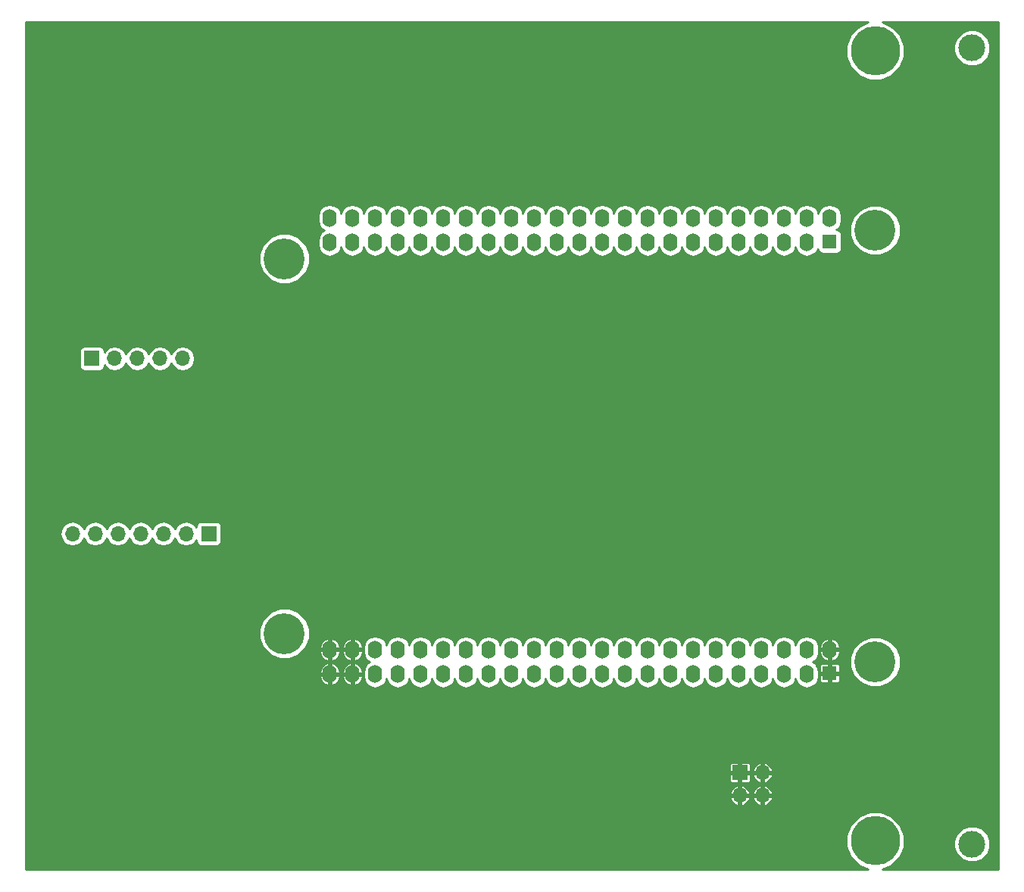
<source format=gbr>
G04 #@! TF.FileFunction,Copper,L2,Bot,Signal*
%FSLAX46Y46*%
G04 Gerber Fmt 4.6, Leading zero omitted, Abs format (unit mm)*
G04 Created by KiCad (PCBNEW no-vcs-found-product) date Fri Jul  7 16:07:56 2017*
%MOMM*%
%LPD*%
G01*
G04 APERTURE LIST*
%ADD10C,0.100000*%
%ADD11R,1.700000X1.700000*%
%ADD12O,1.700000X1.700000*%
%ADD13C,4.572000*%
%ADD14R,1.600000X1.600000*%
%ADD15O,1.600000X2.000000*%
%ADD16C,5.500000*%
%ADD17C,3.000000*%
%ADD18C,0.250000*%
G04 APERTURE END LIST*
D10*
D11*
X92456000Y-86487000D03*
D12*
X89916000Y-86487000D03*
X87376000Y-86487000D03*
X84836000Y-86487000D03*
X82296000Y-86487000D03*
X79756000Y-86487000D03*
X77216000Y-86487000D03*
D11*
X79380000Y-66890000D03*
D12*
X81920000Y-66890000D03*
X84460000Y-66890000D03*
X87000000Y-66890000D03*
X89540000Y-66890000D03*
D13*
X100905100Y-97637600D03*
X166945100Y-100812600D03*
X166945100Y-52552600D03*
X100905100Y-55727600D03*
D14*
X161865100Y-102082600D03*
D15*
X161865100Y-99442600D03*
X159325100Y-102182600D03*
X159325100Y-99442600D03*
X156785100Y-102182600D03*
X156785100Y-99442600D03*
X154245100Y-102182600D03*
X154245100Y-99442600D03*
X151705100Y-102182600D03*
X151705100Y-99442600D03*
X149165100Y-102182600D03*
X149165100Y-99442600D03*
X146625100Y-102182600D03*
X146625100Y-99442600D03*
X144085100Y-102182600D03*
X144085100Y-99442600D03*
X141545100Y-102182600D03*
X141545100Y-99442600D03*
X139005100Y-102182600D03*
X139005100Y-99442600D03*
X136465100Y-102182600D03*
X136465100Y-99442600D03*
X133925100Y-102182600D03*
X133925100Y-99442600D03*
X131385100Y-102182600D03*
X131385100Y-99442600D03*
X128845100Y-102182600D03*
X128845100Y-99442600D03*
X126305100Y-102182600D03*
X126305100Y-99442600D03*
X123765100Y-102182600D03*
X123765100Y-99442600D03*
X121225100Y-102182600D03*
X121225100Y-99442600D03*
X118685100Y-102182600D03*
X118685100Y-99442600D03*
X116145100Y-102182600D03*
X116145100Y-99442600D03*
X113605100Y-102182600D03*
X113605100Y-99442600D03*
X111065100Y-102182600D03*
X111065100Y-99442600D03*
X108525100Y-102182600D03*
X108525100Y-99442600D03*
X105985100Y-102182600D03*
X105985100Y-99442600D03*
D14*
X161865100Y-53822600D03*
D15*
X161865100Y-51182600D03*
X159325100Y-53922600D03*
X159325100Y-51182600D03*
X156785100Y-53922600D03*
X156785100Y-51182600D03*
X154245100Y-53922600D03*
X154245100Y-51182600D03*
X151705100Y-53922600D03*
X151705100Y-51182600D03*
X149165100Y-53922600D03*
X149165100Y-51182600D03*
X146625100Y-53922600D03*
X146625100Y-51182600D03*
X144085100Y-53922600D03*
X144085100Y-51182600D03*
X141545100Y-53922600D03*
X141545100Y-51182600D03*
X139005100Y-53922600D03*
X139005100Y-51182600D03*
X136465100Y-53922600D03*
X136465100Y-51182600D03*
X133925100Y-53922600D03*
X133925100Y-51182600D03*
X131385100Y-53922600D03*
X131385100Y-51182600D03*
X128845100Y-53922600D03*
X128845100Y-51182600D03*
X126305100Y-53922600D03*
X126305100Y-51182600D03*
X123765100Y-53922600D03*
X123765100Y-51182600D03*
X121225100Y-53922600D03*
X121225100Y-51182600D03*
X118685100Y-53922600D03*
X118685100Y-51182600D03*
X116145100Y-53922600D03*
X116145100Y-51182600D03*
X113605100Y-53922600D03*
X113605100Y-51182600D03*
X111065100Y-53922600D03*
X111065100Y-51182600D03*
X108525100Y-53922600D03*
X108525100Y-51182600D03*
X105985100Y-53922600D03*
X105985100Y-51182600D03*
D11*
X151830000Y-113210000D03*
D12*
X154370000Y-113210000D03*
X151830000Y-115750000D03*
X154370000Y-115750000D03*
D16*
X166946900Y-120828000D03*
X166946900Y-32512000D03*
D17*
X177766000Y-32170000D03*
X177766000Y-121170000D03*
D18*
G36*
X165094185Y-29733971D02*
X164172109Y-30654439D01*
X163672470Y-31857704D01*
X163671333Y-33160580D01*
X164168871Y-34364715D01*
X165089339Y-35286791D01*
X166292604Y-35786430D01*
X167595480Y-35787567D01*
X168799615Y-35290029D01*
X169721691Y-34369561D01*
X170221330Y-33166296D01*
X170221849Y-32571030D01*
X175740649Y-32571030D01*
X176048288Y-33315572D01*
X176617432Y-33885710D01*
X177361435Y-34194648D01*
X178167030Y-34195351D01*
X178911572Y-33887712D01*
X179481710Y-33318568D01*
X179790648Y-32574565D01*
X179791351Y-31768970D01*
X179483712Y-31024428D01*
X178914568Y-30454290D01*
X178170565Y-30145352D01*
X177364970Y-30144649D01*
X176620428Y-30452288D01*
X176050290Y-31021432D01*
X175741352Y-31765435D01*
X175740649Y-32571030D01*
X170221849Y-32571030D01*
X170222467Y-31863420D01*
X169724929Y-30659285D01*
X168804461Y-29737209D01*
X167739503Y-29295000D01*
X180711000Y-29295000D01*
X180711000Y-124045000D01*
X167737223Y-124045000D01*
X168799615Y-123606029D01*
X169721691Y-122685561D01*
X170184484Y-121571030D01*
X175740649Y-121571030D01*
X176048288Y-122315572D01*
X176617432Y-122885710D01*
X177361435Y-123194648D01*
X178167030Y-123195351D01*
X178911572Y-122887712D01*
X179481710Y-122318568D01*
X179790648Y-121574565D01*
X179791351Y-120768970D01*
X179483712Y-120024428D01*
X178914568Y-119454290D01*
X178170565Y-119145352D01*
X177364970Y-119144649D01*
X176620428Y-119452288D01*
X176050290Y-120021432D01*
X175741352Y-120765435D01*
X175740649Y-121571030D01*
X170184484Y-121571030D01*
X170221330Y-121482296D01*
X170222467Y-120179420D01*
X169724929Y-118975285D01*
X168804461Y-118053209D01*
X167601196Y-117553570D01*
X166298320Y-117552433D01*
X165094185Y-118049971D01*
X164172109Y-118970439D01*
X163672470Y-120173704D01*
X163671333Y-121476580D01*
X164168871Y-122680715D01*
X165089339Y-123602791D01*
X166154297Y-124045000D01*
X155106557Y-124045000D01*
X155096000Y-124042900D01*
X120816000Y-124042900D01*
X120805443Y-124045000D01*
X71965000Y-124045000D01*
X71965000Y-116060111D01*
X150696662Y-116060111D01*
X150809316Y-116332117D01*
X151109778Y-116678405D01*
X151519887Y-116883351D01*
X151701000Y-116836660D01*
X151701000Y-115879000D01*
X151959000Y-115879000D01*
X151959000Y-116836660D01*
X152140113Y-116883351D01*
X152550222Y-116678405D01*
X152850684Y-116332117D01*
X152963338Y-116060111D01*
X153236662Y-116060111D01*
X153349316Y-116332117D01*
X153649778Y-116678405D01*
X154059887Y-116883351D01*
X154241000Y-116836660D01*
X154241000Y-115879000D01*
X154499000Y-115879000D01*
X154499000Y-116836660D01*
X154680113Y-116883351D01*
X155090222Y-116678405D01*
X155390684Y-116332117D01*
X155503338Y-116060111D01*
X155456116Y-115879000D01*
X154499000Y-115879000D01*
X154241000Y-115879000D01*
X153283884Y-115879000D01*
X153236662Y-116060111D01*
X152963338Y-116060111D01*
X152916116Y-115879000D01*
X151959000Y-115879000D01*
X151701000Y-115879000D01*
X150743884Y-115879000D01*
X150696662Y-116060111D01*
X71965000Y-116060111D01*
X71965000Y-115439889D01*
X150696662Y-115439889D01*
X150743884Y-115621000D01*
X151701000Y-115621000D01*
X151701000Y-114663340D01*
X151959000Y-114663340D01*
X151959000Y-115621000D01*
X152916116Y-115621000D01*
X152963338Y-115439889D01*
X153236662Y-115439889D01*
X153283884Y-115621000D01*
X154241000Y-115621000D01*
X154241000Y-114663340D01*
X154499000Y-114663340D01*
X154499000Y-115621000D01*
X155456116Y-115621000D01*
X155503338Y-115439889D01*
X155390684Y-115167883D01*
X155090222Y-114821595D01*
X154680113Y-114616649D01*
X154499000Y-114663340D01*
X154241000Y-114663340D01*
X154059887Y-114616649D01*
X153649778Y-114821595D01*
X153349316Y-115167883D01*
X153236662Y-115439889D01*
X152963338Y-115439889D01*
X152850684Y-115167883D01*
X152550222Y-114821595D01*
X152140113Y-114616649D01*
X151959000Y-114663340D01*
X151701000Y-114663340D01*
X151519887Y-114616649D01*
X151109778Y-114821595D01*
X150809316Y-115167883D01*
X150696662Y-115439889D01*
X71965000Y-115439889D01*
X71965000Y-113420250D01*
X150655000Y-113420250D01*
X150655000Y-114124647D01*
X150704479Y-114244098D01*
X150795903Y-114335522D01*
X150915354Y-114385000D01*
X151619750Y-114385000D01*
X151701000Y-114303750D01*
X151701000Y-113339000D01*
X151959000Y-113339000D01*
X151959000Y-114303750D01*
X152040250Y-114385000D01*
X152744646Y-114385000D01*
X152864097Y-114335522D01*
X152955521Y-114244098D01*
X153005000Y-114124647D01*
X153005000Y-113520111D01*
X153236662Y-113520111D01*
X153349316Y-113792117D01*
X153649778Y-114138405D01*
X154059887Y-114343351D01*
X154241000Y-114296660D01*
X154241000Y-113339000D01*
X154499000Y-113339000D01*
X154499000Y-114296660D01*
X154680113Y-114343351D01*
X155090222Y-114138405D01*
X155390684Y-113792117D01*
X155503338Y-113520111D01*
X155456116Y-113339000D01*
X154499000Y-113339000D01*
X154241000Y-113339000D01*
X153283884Y-113339000D01*
X153236662Y-113520111D01*
X153005000Y-113520111D01*
X153005000Y-113420250D01*
X152923750Y-113339000D01*
X151959000Y-113339000D01*
X151701000Y-113339000D01*
X150736250Y-113339000D01*
X150655000Y-113420250D01*
X71965000Y-113420250D01*
X71965000Y-112295353D01*
X150655000Y-112295353D01*
X150655000Y-112999750D01*
X150736250Y-113081000D01*
X151701000Y-113081000D01*
X151701000Y-112116250D01*
X151959000Y-112116250D01*
X151959000Y-113081000D01*
X152923750Y-113081000D01*
X153005000Y-112999750D01*
X153005000Y-112899889D01*
X153236662Y-112899889D01*
X153283884Y-113081000D01*
X154241000Y-113081000D01*
X154241000Y-112123340D01*
X154499000Y-112123340D01*
X154499000Y-113081000D01*
X155456116Y-113081000D01*
X155503338Y-112899889D01*
X155390684Y-112627883D01*
X155090222Y-112281595D01*
X154680113Y-112076649D01*
X154499000Y-112123340D01*
X154241000Y-112123340D01*
X154059887Y-112076649D01*
X153649778Y-112281595D01*
X153349316Y-112627883D01*
X153236662Y-112899889D01*
X153005000Y-112899889D01*
X153005000Y-112295353D01*
X152955521Y-112175902D01*
X152864097Y-112084478D01*
X152744646Y-112035000D01*
X152040250Y-112035000D01*
X151959000Y-112116250D01*
X151701000Y-112116250D01*
X151619750Y-112035000D01*
X150915354Y-112035000D01*
X150795903Y-112084478D01*
X150704479Y-112175902D01*
X150655000Y-112295353D01*
X71965000Y-112295353D01*
X71965000Y-102489097D01*
X104858838Y-102489097D01*
X104985324Y-102911992D01*
X105264017Y-103254292D01*
X105652488Y-103463885D01*
X105682860Y-103466241D01*
X105856100Y-103418348D01*
X105856100Y-102311600D01*
X106114100Y-102311600D01*
X106114100Y-103418348D01*
X106287340Y-103466241D01*
X106317712Y-103463885D01*
X106706183Y-103254292D01*
X106984876Y-102911992D01*
X107111362Y-102489097D01*
X107398838Y-102489097D01*
X107525324Y-102911992D01*
X107804017Y-103254292D01*
X108192488Y-103463885D01*
X108222860Y-103466241D01*
X108396100Y-103418348D01*
X108396100Y-102311600D01*
X108654100Y-102311600D01*
X108654100Y-103418348D01*
X108827340Y-103466241D01*
X108857712Y-103463885D01*
X109246183Y-103254292D01*
X109524876Y-102911992D01*
X109651362Y-102489097D01*
X109572906Y-102311600D01*
X108654100Y-102311600D01*
X108396100Y-102311600D01*
X107477294Y-102311600D01*
X107398838Y-102489097D01*
X107111362Y-102489097D01*
X107032906Y-102311600D01*
X106114100Y-102311600D01*
X105856100Y-102311600D01*
X104937294Y-102311600D01*
X104858838Y-102489097D01*
X71965000Y-102489097D01*
X71965000Y-101876103D01*
X104858838Y-101876103D01*
X104937294Y-102053600D01*
X105856100Y-102053600D01*
X105856100Y-100946852D01*
X106114100Y-100946852D01*
X106114100Y-102053600D01*
X107032906Y-102053600D01*
X107111362Y-101876103D01*
X107398838Y-101876103D01*
X107477294Y-102053600D01*
X108396100Y-102053600D01*
X108396100Y-100946852D01*
X108654100Y-100946852D01*
X108654100Y-102053600D01*
X109572906Y-102053600D01*
X109651362Y-101876103D01*
X109524876Y-101453208D01*
X109246183Y-101110908D01*
X108857712Y-100901315D01*
X108827340Y-100898959D01*
X108654100Y-100946852D01*
X108396100Y-100946852D01*
X108222860Y-100898959D01*
X108192488Y-100901315D01*
X107804017Y-101110908D01*
X107525324Y-101453208D01*
X107398838Y-101876103D01*
X107111362Y-101876103D01*
X106984876Y-101453208D01*
X106706183Y-101110908D01*
X106317712Y-100901315D01*
X106287340Y-100898959D01*
X106114100Y-100946852D01*
X105856100Y-100946852D01*
X105682860Y-100898959D01*
X105652488Y-100901315D01*
X105264017Y-101110908D01*
X104985324Y-101453208D01*
X104858838Y-101876103D01*
X71965000Y-101876103D01*
X71965000Y-98194289D01*
X98093613Y-98194289D01*
X98520660Y-99227824D01*
X99310717Y-100019260D01*
X100343504Y-100448111D01*
X101461789Y-100449087D01*
X102495324Y-100022040D01*
X102768743Y-99749097D01*
X104858838Y-99749097D01*
X104985324Y-100171992D01*
X105264017Y-100514292D01*
X105652488Y-100723885D01*
X105682860Y-100726241D01*
X105856100Y-100678348D01*
X105856100Y-99571600D01*
X106114100Y-99571600D01*
X106114100Y-100678348D01*
X106287340Y-100726241D01*
X106317712Y-100723885D01*
X106706183Y-100514292D01*
X106984876Y-100171992D01*
X107111362Y-99749097D01*
X107398838Y-99749097D01*
X107525324Y-100171992D01*
X107804017Y-100514292D01*
X108192488Y-100723885D01*
X108222860Y-100726241D01*
X108396100Y-100678348D01*
X108396100Y-99571600D01*
X108654100Y-99571600D01*
X108654100Y-100678348D01*
X108827340Y-100726241D01*
X108857712Y-100723885D01*
X109246183Y-100514292D01*
X109524876Y-100171992D01*
X109651362Y-99749097D01*
X109572906Y-99571600D01*
X108654100Y-99571600D01*
X108396100Y-99571600D01*
X107477294Y-99571600D01*
X107398838Y-99749097D01*
X107111362Y-99749097D01*
X107032906Y-99571600D01*
X106114100Y-99571600D01*
X105856100Y-99571600D01*
X104937294Y-99571600D01*
X104858838Y-99749097D01*
X102768743Y-99749097D01*
X103286760Y-99231983D01*
X103326572Y-99136103D01*
X104858838Y-99136103D01*
X104937294Y-99313600D01*
X105856100Y-99313600D01*
X105856100Y-98206852D01*
X106114100Y-98206852D01*
X106114100Y-99313600D01*
X107032906Y-99313600D01*
X107111362Y-99136103D01*
X107398838Y-99136103D01*
X107477294Y-99313600D01*
X108396100Y-99313600D01*
X108396100Y-98206852D01*
X108654100Y-98206852D01*
X108654100Y-99313600D01*
X109572906Y-99313600D01*
X109617494Y-99212723D01*
X109740100Y-99212723D01*
X109740100Y-99672477D01*
X109840960Y-100179533D01*
X110128184Y-100609393D01*
X110432304Y-100812600D01*
X110128184Y-101015807D01*
X109840960Y-101445667D01*
X109740100Y-101952723D01*
X109740100Y-102412477D01*
X109840960Y-102919533D01*
X110128184Y-103349393D01*
X110558044Y-103636617D01*
X111065100Y-103737477D01*
X111572156Y-103636617D01*
X112002016Y-103349393D01*
X112289240Y-102919533D01*
X112335100Y-102688980D01*
X112380960Y-102919533D01*
X112668184Y-103349393D01*
X113098044Y-103636617D01*
X113605100Y-103737477D01*
X114112156Y-103636617D01*
X114542016Y-103349393D01*
X114829240Y-102919533D01*
X114875100Y-102688980D01*
X114920960Y-102919533D01*
X115208184Y-103349393D01*
X115638044Y-103636617D01*
X116145100Y-103737477D01*
X116652156Y-103636617D01*
X117082016Y-103349393D01*
X117369240Y-102919533D01*
X117415100Y-102688980D01*
X117460960Y-102919533D01*
X117748184Y-103349393D01*
X118178044Y-103636617D01*
X118685100Y-103737477D01*
X119192156Y-103636617D01*
X119622016Y-103349393D01*
X119909240Y-102919533D01*
X119955100Y-102688980D01*
X120000960Y-102919533D01*
X120288184Y-103349393D01*
X120718044Y-103636617D01*
X121225100Y-103737477D01*
X121732156Y-103636617D01*
X122162016Y-103349393D01*
X122449240Y-102919533D01*
X122495100Y-102688980D01*
X122540960Y-102919533D01*
X122828184Y-103349393D01*
X123258044Y-103636617D01*
X123765100Y-103737477D01*
X124272156Y-103636617D01*
X124702016Y-103349393D01*
X124989240Y-102919533D01*
X125035100Y-102688980D01*
X125080960Y-102919533D01*
X125368184Y-103349393D01*
X125798044Y-103636617D01*
X126305100Y-103737477D01*
X126812156Y-103636617D01*
X127242016Y-103349393D01*
X127529240Y-102919533D01*
X127575100Y-102688980D01*
X127620960Y-102919533D01*
X127908184Y-103349393D01*
X128338044Y-103636617D01*
X128845100Y-103737477D01*
X129352156Y-103636617D01*
X129782016Y-103349393D01*
X130069240Y-102919533D01*
X130115100Y-102688980D01*
X130160960Y-102919533D01*
X130448184Y-103349393D01*
X130878044Y-103636617D01*
X131385100Y-103737477D01*
X131892156Y-103636617D01*
X132322016Y-103349393D01*
X132609240Y-102919533D01*
X132655100Y-102688980D01*
X132700960Y-102919533D01*
X132988184Y-103349393D01*
X133418044Y-103636617D01*
X133925100Y-103737477D01*
X134432156Y-103636617D01*
X134862016Y-103349393D01*
X135149240Y-102919533D01*
X135195100Y-102688980D01*
X135240960Y-102919533D01*
X135528184Y-103349393D01*
X135958044Y-103636617D01*
X136465100Y-103737477D01*
X136972156Y-103636617D01*
X137402016Y-103349393D01*
X137689240Y-102919533D01*
X137735100Y-102688980D01*
X137780960Y-102919533D01*
X138068184Y-103349393D01*
X138498044Y-103636617D01*
X139005100Y-103737477D01*
X139512156Y-103636617D01*
X139942016Y-103349393D01*
X140229240Y-102919533D01*
X140275100Y-102688980D01*
X140320960Y-102919533D01*
X140608184Y-103349393D01*
X141038044Y-103636617D01*
X141545100Y-103737477D01*
X142052156Y-103636617D01*
X142482016Y-103349393D01*
X142769240Y-102919533D01*
X142815100Y-102688980D01*
X142860960Y-102919533D01*
X143148184Y-103349393D01*
X143578044Y-103636617D01*
X144085100Y-103737477D01*
X144592156Y-103636617D01*
X145022016Y-103349393D01*
X145309240Y-102919533D01*
X145355100Y-102688980D01*
X145400960Y-102919533D01*
X145688184Y-103349393D01*
X146118044Y-103636617D01*
X146625100Y-103737477D01*
X147132156Y-103636617D01*
X147562016Y-103349393D01*
X147849240Y-102919533D01*
X147895100Y-102688980D01*
X147940960Y-102919533D01*
X148228184Y-103349393D01*
X148658044Y-103636617D01*
X149165100Y-103737477D01*
X149672156Y-103636617D01*
X150102016Y-103349393D01*
X150389240Y-102919533D01*
X150435100Y-102688980D01*
X150480960Y-102919533D01*
X150768184Y-103349393D01*
X151198044Y-103636617D01*
X151705100Y-103737477D01*
X152212156Y-103636617D01*
X152642016Y-103349393D01*
X152929240Y-102919533D01*
X152975100Y-102688980D01*
X153020960Y-102919533D01*
X153308184Y-103349393D01*
X153738044Y-103636617D01*
X154245100Y-103737477D01*
X154752156Y-103636617D01*
X155182016Y-103349393D01*
X155469240Y-102919533D01*
X155515100Y-102688980D01*
X155560960Y-102919533D01*
X155848184Y-103349393D01*
X156278044Y-103636617D01*
X156785100Y-103737477D01*
X157292156Y-103636617D01*
X157722016Y-103349393D01*
X158009240Y-102919533D01*
X158055100Y-102688980D01*
X158100960Y-102919533D01*
X158388184Y-103349393D01*
X158818044Y-103636617D01*
X159325100Y-103737477D01*
X159832156Y-103636617D01*
X160262016Y-103349393D01*
X160549240Y-102919533D01*
X160650100Y-102412477D01*
X160650100Y-102292850D01*
X160740100Y-102292850D01*
X160740100Y-102947247D01*
X160789579Y-103066698D01*
X160881003Y-103158122D01*
X161000454Y-103207600D01*
X161654850Y-103207600D01*
X161736100Y-103126350D01*
X161736100Y-102211600D01*
X161994100Y-102211600D01*
X161994100Y-103126350D01*
X162075350Y-103207600D01*
X162729746Y-103207600D01*
X162849197Y-103158122D01*
X162940621Y-103066698D01*
X162990100Y-102947247D01*
X162990100Y-102292850D01*
X162908850Y-102211600D01*
X161994100Y-102211600D01*
X161736100Y-102211600D01*
X160821350Y-102211600D01*
X160740100Y-102292850D01*
X160650100Y-102292850D01*
X160650100Y-101952723D01*
X160549240Y-101445667D01*
X160397086Y-101217953D01*
X160740100Y-101217953D01*
X160740100Y-101872350D01*
X160821350Y-101953600D01*
X161736100Y-101953600D01*
X161736100Y-101038850D01*
X161994100Y-101038850D01*
X161994100Y-101953600D01*
X162908850Y-101953600D01*
X162990100Y-101872350D01*
X162990100Y-101369289D01*
X164133613Y-101369289D01*
X164560660Y-102402824D01*
X165350717Y-103194260D01*
X166383504Y-103623111D01*
X167501789Y-103624087D01*
X168535324Y-103197040D01*
X169326760Y-102406983D01*
X169755611Y-101374196D01*
X169756587Y-100255911D01*
X169329540Y-99222376D01*
X168539483Y-98430940D01*
X167506696Y-98002089D01*
X166388411Y-98001113D01*
X165354876Y-98428160D01*
X164563440Y-99218217D01*
X164134589Y-100251004D01*
X164133613Y-101369289D01*
X162990100Y-101369289D01*
X162990100Y-101217953D01*
X162940621Y-101098502D01*
X162849197Y-101007078D01*
X162729746Y-100957600D01*
X162075350Y-100957600D01*
X161994100Y-101038850D01*
X161736100Y-101038850D01*
X161654850Y-100957600D01*
X161000454Y-100957600D01*
X160881003Y-101007078D01*
X160789579Y-101098502D01*
X160740100Y-101217953D01*
X160397086Y-101217953D01*
X160262016Y-101015807D01*
X159957896Y-100812600D01*
X160262016Y-100609393D01*
X160549240Y-100179533D01*
X160634859Y-99749097D01*
X160738838Y-99749097D01*
X160865324Y-100171992D01*
X161144017Y-100514292D01*
X161532488Y-100723885D01*
X161562860Y-100726241D01*
X161736100Y-100678348D01*
X161736100Y-99571600D01*
X161994100Y-99571600D01*
X161994100Y-100678348D01*
X162167340Y-100726241D01*
X162197712Y-100723885D01*
X162586183Y-100514292D01*
X162864876Y-100171992D01*
X162991362Y-99749097D01*
X162912906Y-99571600D01*
X161994100Y-99571600D01*
X161736100Y-99571600D01*
X160817294Y-99571600D01*
X160738838Y-99749097D01*
X160634859Y-99749097D01*
X160650100Y-99672477D01*
X160650100Y-99212723D01*
X160634860Y-99136103D01*
X160738838Y-99136103D01*
X160817294Y-99313600D01*
X161736100Y-99313600D01*
X161736100Y-98206852D01*
X161994100Y-98206852D01*
X161994100Y-99313600D01*
X162912906Y-99313600D01*
X162991362Y-99136103D01*
X162864876Y-98713208D01*
X162586183Y-98370908D01*
X162197712Y-98161315D01*
X162167340Y-98158959D01*
X161994100Y-98206852D01*
X161736100Y-98206852D01*
X161562860Y-98158959D01*
X161532488Y-98161315D01*
X161144017Y-98370908D01*
X160865324Y-98713208D01*
X160738838Y-99136103D01*
X160634860Y-99136103D01*
X160549240Y-98705667D01*
X160262016Y-98275807D01*
X159832156Y-97988583D01*
X159325100Y-97887723D01*
X158818044Y-97988583D01*
X158388184Y-98275807D01*
X158100960Y-98705667D01*
X158055100Y-98936220D01*
X158009240Y-98705667D01*
X157722016Y-98275807D01*
X157292156Y-97988583D01*
X156785100Y-97887723D01*
X156278044Y-97988583D01*
X155848184Y-98275807D01*
X155560960Y-98705667D01*
X155515100Y-98936220D01*
X155469240Y-98705667D01*
X155182016Y-98275807D01*
X154752156Y-97988583D01*
X154245100Y-97887723D01*
X153738044Y-97988583D01*
X153308184Y-98275807D01*
X153020960Y-98705667D01*
X152975100Y-98936220D01*
X152929240Y-98705667D01*
X152642016Y-98275807D01*
X152212156Y-97988583D01*
X151705100Y-97887723D01*
X151198044Y-97988583D01*
X150768184Y-98275807D01*
X150480960Y-98705667D01*
X150435100Y-98936220D01*
X150389240Y-98705667D01*
X150102016Y-98275807D01*
X149672156Y-97988583D01*
X149165100Y-97887723D01*
X148658044Y-97988583D01*
X148228184Y-98275807D01*
X147940960Y-98705667D01*
X147895100Y-98936220D01*
X147849240Y-98705667D01*
X147562016Y-98275807D01*
X147132156Y-97988583D01*
X146625100Y-97887723D01*
X146118044Y-97988583D01*
X145688184Y-98275807D01*
X145400960Y-98705667D01*
X145355100Y-98936220D01*
X145309240Y-98705667D01*
X145022016Y-98275807D01*
X144592156Y-97988583D01*
X144085100Y-97887723D01*
X143578044Y-97988583D01*
X143148184Y-98275807D01*
X142860960Y-98705667D01*
X142815100Y-98936220D01*
X142769240Y-98705667D01*
X142482016Y-98275807D01*
X142052156Y-97988583D01*
X141545100Y-97887723D01*
X141038044Y-97988583D01*
X140608184Y-98275807D01*
X140320960Y-98705667D01*
X140275100Y-98936220D01*
X140229240Y-98705667D01*
X139942016Y-98275807D01*
X139512156Y-97988583D01*
X139005100Y-97887723D01*
X138498044Y-97988583D01*
X138068184Y-98275807D01*
X137780960Y-98705667D01*
X137735100Y-98936220D01*
X137689240Y-98705667D01*
X137402016Y-98275807D01*
X136972156Y-97988583D01*
X136465100Y-97887723D01*
X135958044Y-97988583D01*
X135528184Y-98275807D01*
X135240960Y-98705667D01*
X135195100Y-98936220D01*
X135149240Y-98705667D01*
X134862016Y-98275807D01*
X134432156Y-97988583D01*
X133925100Y-97887723D01*
X133418044Y-97988583D01*
X132988184Y-98275807D01*
X132700960Y-98705667D01*
X132655100Y-98936220D01*
X132609240Y-98705667D01*
X132322016Y-98275807D01*
X131892156Y-97988583D01*
X131385100Y-97887723D01*
X130878044Y-97988583D01*
X130448184Y-98275807D01*
X130160960Y-98705667D01*
X130115100Y-98936220D01*
X130069240Y-98705667D01*
X129782016Y-98275807D01*
X129352156Y-97988583D01*
X128845100Y-97887723D01*
X128338044Y-97988583D01*
X127908184Y-98275807D01*
X127620960Y-98705667D01*
X127575100Y-98936220D01*
X127529240Y-98705667D01*
X127242016Y-98275807D01*
X126812156Y-97988583D01*
X126305100Y-97887723D01*
X125798044Y-97988583D01*
X125368184Y-98275807D01*
X125080960Y-98705667D01*
X125035100Y-98936220D01*
X124989240Y-98705667D01*
X124702016Y-98275807D01*
X124272156Y-97988583D01*
X123765100Y-97887723D01*
X123258044Y-97988583D01*
X122828184Y-98275807D01*
X122540960Y-98705667D01*
X122495100Y-98936220D01*
X122449240Y-98705667D01*
X122162016Y-98275807D01*
X121732156Y-97988583D01*
X121225100Y-97887723D01*
X120718044Y-97988583D01*
X120288184Y-98275807D01*
X120000960Y-98705667D01*
X119955100Y-98936220D01*
X119909240Y-98705667D01*
X119622016Y-98275807D01*
X119192156Y-97988583D01*
X118685100Y-97887723D01*
X118178044Y-97988583D01*
X117748184Y-98275807D01*
X117460960Y-98705667D01*
X117415100Y-98936220D01*
X117369240Y-98705667D01*
X117082016Y-98275807D01*
X116652156Y-97988583D01*
X116145100Y-97887723D01*
X115638044Y-97988583D01*
X115208184Y-98275807D01*
X114920960Y-98705667D01*
X114875100Y-98936220D01*
X114829240Y-98705667D01*
X114542016Y-98275807D01*
X114112156Y-97988583D01*
X113605100Y-97887723D01*
X113098044Y-97988583D01*
X112668184Y-98275807D01*
X112380960Y-98705667D01*
X112335100Y-98936220D01*
X112289240Y-98705667D01*
X112002016Y-98275807D01*
X111572156Y-97988583D01*
X111065100Y-97887723D01*
X110558044Y-97988583D01*
X110128184Y-98275807D01*
X109840960Y-98705667D01*
X109740100Y-99212723D01*
X109617494Y-99212723D01*
X109651362Y-99136103D01*
X109524876Y-98713208D01*
X109246183Y-98370908D01*
X108857712Y-98161315D01*
X108827340Y-98158959D01*
X108654100Y-98206852D01*
X108396100Y-98206852D01*
X108222860Y-98158959D01*
X108192488Y-98161315D01*
X107804017Y-98370908D01*
X107525324Y-98713208D01*
X107398838Y-99136103D01*
X107111362Y-99136103D01*
X106984876Y-98713208D01*
X106706183Y-98370908D01*
X106317712Y-98161315D01*
X106287340Y-98158959D01*
X106114100Y-98206852D01*
X105856100Y-98206852D01*
X105682860Y-98158959D01*
X105652488Y-98161315D01*
X105264017Y-98370908D01*
X104985324Y-98713208D01*
X104858838Y-99136103D01*
X103326572Y-99136103D01*
X103715611Y-98199196D01*
X103716587Y-97080911D01*
X103289540Y-96047376D01*
X102499483Y-95255940D01*
X101466696Y-94827089D01*
X100348411Y-94826113D01*
X99314876Y-95253160D01*
X98523440Y-96043217D01*
X98094589Y-97076004D01*
X98093613Y-98194289D01*
X71965000Y-98194289D01*
X71965000Y-86460062D01*
X75841000Y-86460062D01*
X75841000Y-86513938D01*
X75945666Y-87040128D01*
X76243728Y-87486210D01*
X76689810Y-87784272D01*
X77216000Y-87888938D01*
X77742190Y-87784272D01*
X78188272Y-87486210D01*
X78486000Y-87040628D01*
X78783728Y-87486210D01*
X79229810Y-87784272D01*
X79756000Y-87888938D01*
X80282190Y-87784272D01*
X80728272Y-87486210D01*
X81026000Y-87040628D01*
X81323728Y-87486210D01*
X81769810Y-87784272D01*
X82296000Y-87888938D01*
X82822190Y-87784272D01*
X83268272Y-87486210D01*
X83566000Y-87040628D01*
X83863728Y-87486210D01*
X84309810Y-87784272D01*
X84836000Y-87888938D01*
X85362190Y-87784272D01*
X85808272Y-87486210D01*
X86106000Y-87040628D01*
X86403728Y-87486210D01*
X86849810Y-87784272D01*
X87376000Y-87888938D01*
X87902190Y-87784272D01*
X88348272Y-87486210D01*
X88646000Y-87040628D01*
X88943728Y-87486210D01*
X89389810Y-87784272D01*
X89916000Y-87888938D01*
X90442190Y-87784272D01*
X90888272Y-87486210D01*
X91070715Y-87213164D01*
X91070715Y-87337000D01*
X91111461Y-87541845D01*
X91227496Y-87715504D01*
X91401155Y-87831539D01*
X91606000Y-87872285D01*
X93306000Y-87872285D01*
X93510845Y-87831539D01*
X93684504Y-87715504D01*
X93800539Y-87541845D01*
X93841285Y-87337000D01*
X93841285Y-85637000D01*
X93800539Y-85432155D01*
X93684504Y-85258496D01*
X93510845Y-85142461D01*
X93306000Y-85101715D01*
X91606000Y-85101715D01*
X91401155Y-85142461D01*
X91227496Y-85258496D01*
X91111461Y-85432155D01*
X91070715Y-85637000D01*
X91070715Y-85760836D01*
X90888272Y-85487790D01*
X90442190Y-85189728D01*
X89916000Y-85085062D01*
X89389810Y-85189728D01*
X88943728Y-85487790D01*
X88646000Y-85933372D01*
X88348272Y-85487790D01*
X87902190Y-85189728D01*
X87376000Y-85085062D01*
X86849810Y-85189728D01*
X86403728Y-85487790D01*
X86106000Y-85933372D01*
X85808272Y-85487790D01*
X85362190Y-85189728D01*
X84836000Y-85085062D01*
X84309810Y-85189728D01*
X83863728Y-85487790D01*
X83566000Y-85933372D01*
X83268272Y-85487790D01*
X82822190Y-85189728D01*
X82296000Y-85085062D01*
X81769810Y-85189728D01*
X81323728Y-85487790D01*
X81026000Y-85933372D01*
X80728272Y-85487790D01*
X80282190Y-85189728D01*
X79756000Y-85085062D01*
X79229810Y-85189728D01*
X78783728Y-85487790D01*
X78486000Y-85933372D01*
X78188272Y-85487790D01*
X77742190Y-85189728D01*
X77216000Y-85085062D01*
X76689810Y-85189728D01*
X76243728Y-85487790D01*
X75945666Y-85933872D01*
X75841000Y-86460062D01*
X71965000Y-86460062D01*
X71965000Y-66040000D01*
X77994715Y-66040000D01*
X77994715Y-67740000D01*
X78035461Y-67944845D01*
X78151496Y-68118504D01*
X78325155Y-68234539D01*
X78530000Y-68275285D01*
X80230000Y-68275285D01*
X80434845Y-68234539D01*
X80608504Y-68118504D01*
X80724539Y-67944845D01*
X80765285Y-67740000D01*
X80765285Y-67616164D01*
X80947728Y-67889210D01*
X81393810Y-68187272D01*
X81920000Y-68291938D01*
X82446190Y-68187272D01*
X82892272Y-67889210D01*
X83190000Y-67443628D01*
X83487728Y-67889210D01*
X83933810Y-68187272D01*
X84460000Y-68291938D01*
X84986190Y-68187272D01*
X85432272Y-67889210D01*
X85730000Y-67443628D01*
X86027728Y-67889210D01*
X86473810Y-68187272D01*
X87000000Y-68291938D01*
X87526190Y-68187272D01*
X87972272Y-67889210D01*
X88270000Y-67443628D01*
X88567728Y-67889210D01*
X89013810Y-68187272D01*
X89540000Y-68291938D01*
X90066190Y-68187272D01*
X90512272Y-67889210D01*
X90810334Y-67443128D01*
X90915000Y-66916938D01*
X90915000Y-66863062D01*
X90810334Y-66336872D01*
X90512272Y-65890790D01*
X90066190Y-65592728D01*
X89540000Y-65488062D01*
X89013810Y-65592728D01*
X88567728Y-65890790D01*
X88270000Y-66336372D01*
X87972272Y-65890790D01*
X87526190Y-65592728D01*
X87000000Y-65488062D01*
X86473810Y-65592728D01*
X86027728Y-65890790D01*
X85730000Y-66336372D01*
X85432272Y-65890790D01*
X84986190Y-65592728D01*
X84460000Y-65488062D01*
X83933810Y-65592728D01*
X83487728Y-65890790D01*
X83190000Y-66336372D01*
X82892272Y-65890790D01*
X82446190Y-65592728D01*
X81920000Y-65488062D01*
X81393810Y-65592728D01*
X80947728Y-65890790D01*
X80765285Y-66163836D01*
X80765285Y-66040000D01*
X80724539Y-65835155D01*
X80608504Y-65661496D01*
X80434845Y-65545461D01*
X80230000Y-65504715D01*
X78530000Y-65504715D01*
X78325155Y-65545461D01*
X78151496Y-65661496D01*
X78035461Y-65835155D01*
X77994715Y-66040000D01*
X71965000Y-66040000D01*
X71965000Y-56284289D01*
X98093613Y-56284289D01*
X98520660Y-57317824D01*
X99310717Y-58109260D01*
X100343504Y-58538111D01*
X101461789Y-58539087D01*
X102495324Y-58112040D01*
X103286760Y-57321983D01*
X103715611Y-56289196D01*
X103716587Y-55170911D01*
X103289540Y-54137376D01*
X102499483Y-53345940D01*
X101466696Y-52917089D01*
X100348411Y-52916113D01*
X99314876Y-53343160D01*
X98523440Y-54133217D01*
X98094589Y-55166004D01*
X98093613Y-56284289D01*
X71965000Y-56284289D01*
X71965000Y-50952723D01*
X104660100Y-50952723D01*
X104660100Y-51412477D01*
X104760960Y-51919533D01*
X105048184Y-52349393D01*
X105352304Y-52552600D01*
X105048184Y-52755807D01*
X104760960Y-53185667D01*
X104660100Y-53692723D01*
X104660100Y-54152477D01*
X104760960Y-54659533D01*
X105048184Y-55089393D01*
X105478044Y-55376617D01*
X105985100Y-55477477D01*
X106492156Y-55376617D01*
X106922016Y-55089393D01*
X107209240Y-54659533D01*
X107255100Y-54428980D01*
X107300960Y-54659533D01*
X107588184Y-55089393D01*
X108018044Y-55376617D01*
X108525100Y-55477477D01*
X109032156Y-55376617D01*
X109462016Y-55089393D01*
X109749240Y-54659533D01*
X109795100Y-54428980D01*
X109840960Y-54659533D01*
X110128184Y-55089393D01*
X110558044Y-55376617D01*
X111065100Y-55477477D01*
X111572156Y-55376617D01*
X112002016Y-55089393D01*
X112289240Y-54659533D01*
X112335100Y-54428980D01*
X112380960Y-54659533D01*
X112668184Y-55089393D01*
X113098044Y-55376617D01*
X113605100Y-55477477D01*
X114112156Y-55376617D01*
X114542016Y-55089393D01*
X114829240Y-54659533D01*
X114875100Y-54428980D01*
X114920960Y-54659533D01*
X115208184Y-55089393D01*
X115638044Y-55376617D01*
X116145100Y-55477477D01*
X116652156Y-55376617D01*
X117082016Y-55089393D01*
X117369240Y-54659533D01*
X117415100Y-54428980D01*
X117460960Y-54659533D01*
X117748184Y-55089393D01*
X118178044Y-55376617D01*
X118685100Y-55477477D01*
X119192156Y-55376617D01*
X119622016Y-55089393D01*
X119909240Y-54659533D01*
X119955100Y-54428980D01*
X120000960Y-54659533D01*
X120288184Y-55089393D01*
X120718044Y-55376617D01*
X121225100Y-55477477D01*
X121732156Y-55376617D01*
X122162016Y-55089393D01*
X122449240Y-54659533D01*
X122495100Y-54428980D01*
X122540960Y-54659533D01*
X122828184Y-55089393D01*
X123258044Y-55376617D01*
X123765100Y-55477477D01*
X124272156Y-55376617D01*
X124702016Y-55089393D01*
X124989240Y-54659533D01*
X125035100Y-54428980D01*
X125080960Y-54659533D01*
X125368184Y-55089393D01*
X125798044Y-55376617D01*
X126305100Y-55477477D01*
X126812156Y-55376617D01*
X127242016Y-55089393D01*
X127529240Y-54659533D01*
X127575100Y-54428980D01*
X127620960Y-54659533D01*
X127908184Y-55089393D01*
X128338044Y-55376617D01*
X128845100Y-55477477D01*
X129352156Y-55376617D01*
X129782016Y-55089393D01*
X130069240Y-54659533D01*
X130115100Y-54428980D01*
X130160960Y-54659533D01*
X130448184Y-55089393D01*
X130878044Y-55376617D01*
X131385100Y-55477477D01*
X131892156Y-55376617D01*
X132322016Y-55089393D01*
X132609240Y-54659533D01*
X132655100Y-54428980D01*
X132700960Y-54659533D01*
X132988184Y-55089393D01*
X133418044Y-55376617D01*
X133925100Y-55477477D01*
X134432156Y-55376617D01*
X134862016Y-55089393D01*
X135149240Y-54659533D01*
X135195100Y-54428980D01*
X135240960Y-54659533D01*
X135528184Y-55089393D01*
X135958044Y-55376617D01*
X136465100Y-55477477D01*
X136972156Y-55376617D01*
X137402016Y-55089393D01*
X137689240Y-54659533D01*
X137735100Y-54428980D01*
X137780960Y-54659533D01*
X138068184Y-55089393D01*
X138498044Y-55376617D01*
X139005100Y-55477477D01*
X139512156Y-55376617D01*
X139942016Y-55089393D01*
X140229240Y-54659533D01*
X140275100Y-54428980D01*
X140320960Y-54659533D01*
X140608184Y-55089393D01*
X141038044Y-55376617D01*
X141545100Y-55477477D01*
X142052156Y-55376617D01*
X142482016Y-55089393D01*
X142769240Y-54659533D01*
X142815100Y-54428980D01*
X142860960Y-54659533D01*
X143148184Y-55089393D01*
X143578044Y-55376617D01*
X144085100Y-55477477D01*
X144592156Y-55376617D01*
X145022016Y-55089393D01*
X145309240Y-54659533D01*
X145355100Y-54428980D01*
X145400960Y-54659533D01*
X145688184Y-55089393D01*
X146118044Y-55376617D01*
X146625100Y-55477477D01*
X147132156Y-55376617D01*
X147562016Y-55089393D01*
X147849240Y-54659533D01*
X147895100Y-54428980D01*
X147940960Y-54659533D01*
X148228184Y-55089393D01*
X148658044Y-55376617D01*
X149165100Y-55477477D01*
X149672156Y-55376617D01*
X150102016Y-55089393D01*
X150389240Y-54659533D01*
X150435100Y-54428980D01*
X150480960Y-54659533D01*
X150768184Y-55089393D01*
X151198044Y-55376617D01*
X151705100Y-55477477D01*
X152212156Y-55376617D01*
X152642016Y-55089393D01*
X152929240Y-54659533D01*
X152975100Y-54428980D01*
X153020960Y-54659533D01*
X153308184Y-55089393D01*
X153738044Y-55376617D01*
X154245100Y-55477477D01*
X154752156Y-55376617D01*
X155182016Y-55089393D01*
X155469240Y-54659533D01*
X155515100Y-54428980D01*
X155560960Y-54659533D01*
X155848184Y-55089393D01*
X156278044Y-55376617D01*
X156785100Y-55477477D01*
X157292156Y-55376617D01*
X157722016Y-55089393D01*
X158009240Y-54659533D01*
X158055100Y-54428980D01*
X158100960Y-54659533D01*
X158388184Y-55089393D01*
X158818044Y-55376617D01*
X159325100Y-55477477D01*
X159832156Y-55376617D01*
X160262016Y-55089393D01*
X160539932Y-54673463D01*
X160570561Y-54827445D01*
X160686596Y-55001104D01*
X160860255Y-55117139D01*
X161065100Y-55157885D01*
X162665100Y-55157885D01*
X162869945Y-55117139D01*
X163043604Y-55001104D01*
X163159639Y-54827445D01*
X163200385Y-54622600D01*
X163200385Y-53109289D01*
X164133613Y-53109289D01*
X164560660Y-54142824D01*
X165350717Y-54934260D01*
X166383504Y-55363111D01*
X167501789Y-55364087D01*
X168535324Y-54937040D01*
X169326760Y-54146983D01*
X169755611Y-53114196D01*
X169756587Y-51995911D01*
X169329540Y-50962376D01*
X168539483Y-50170940D01*
X167506696Y-49742089D01*
X166388411Y-49741113D01*
X165354876Y-50168160D01*
X164563440Y-50958217D01*
X164134589Y-51991004D01*
X164133613Y-53109289D01*
X163200385Y-53109289D01*
X163200385Y-53022600D01*
X163159639Y-52817755D01*
X163043604Y-52644096D01*
X162869945Y-52528061D01*
X162665100Y-52487315D01*
X162595602Y-52487315D01*
X162802016Y-52349393D01*
X163089240Y-51919533D01*
X163190100Y-51412477D01*
X163190100Y-50952723D01*
X163089240Y-50445667D01*
X162802016Y-50015807D01*
X162372156Y-49728583D01*
X161865100Y-49627723D01*
X161358044Y-49728583D01*
X160928184Y-50015807D01*
X160640960Y-50445667D01*
X160595100Y-50676220D01*
X160549240Y-50445667D01*
X160262016Y-50015807D01*
X159832156Y-49728583D01*
X159325100Y-49627723D01*
X158818044Y-49728583D01*
X158388184Y-50015807D01*
X158100960Y-50445667D01*
X158055100Y-50676220D01*
X158009240Y-50445667D01*
X157722016Y-50015807D01*
X157292156Y-49728583D01*
X156785100Y-49627723D01*
X156278044Y-49728583D01*
X155848184Y-50015807D01*
X155560960Y-50445667D01*
X155515100Y-50676220D01*
X155469240Y-50445667D01*
X155182016Y-50015807D01*
X154752156Y-49728583D01*
X154245100Y-49627723D01*
X153738044Y-49728583D01*
X153308184Y-50015807D01*
X153020960Y-50445667D01*
X152975100Y-50676220D01*
X152929240Y-50445667D01*
X152642016Y-50015807D01*
X152212156Y-49728583D01*
X151705100Y-49627723D01*
X151198044Y-49728583D01*
X150768184Y-50015807D01*
X150480960Y-50445667D01*
X150435100Y-50676220D01*
X150389240Y-50445667D01*
X150102016Y-50015807D01*
X149672156Y-49728583D01*
X149165100Y-49627723D01*
X148658044Y-49728583D01*
X148228184Y-50015807D01*
X147940960Y-50445667D01*
X147895100Y-50676220D01*
X147849240Y-50445667D01*
X147562016Y-50015807D01*
X147132156Y-49728583D01*
X146625100Y-49627723D01*
X146118044Y-49728583D01*
X145688184Y-50015807D01*
X145400960Y-50445667D01*
X145355100Y-50676220D01*
X145309240Y-50445667D01*
X145022016Y-50015807D01*
X144592156Y-49728583D01*
X144085100Y-49627723D01*
X143578044Y-49728583D01*
X143148184Y-50015807D01*
X142860960Y-50445667D01*
X142815100Y-50676220D01*
X142769240Y-50445667D01*
X142482016Y-50015807D01*
X142052156Y-49728583D01*
X141545100Y-49627723D01*
X141038044Y-49728583D01*
X140608184Y-50015807D01*
X140320960Y-50445667D01*
X140275100Y-50676220D01*
X140229240Y-50445667D01*
X139942016Y-50015807D01*
X139512156Y-49728583D01*
X139005100Y-49627723D01*
X138498044Y-49728583D01*
X138068184Y-50015807D01*
X137780960Y-50445667D01*
X137735100Y-50676220D01*
X137689240Y-50445667D01*
X137402016Y-50015807D01*
X136972156Y-49728583D01*
X136465100Y-49627723D01*
X135958044Y-49728583D01*
X135528184Y-50015807D01*
X135240960Y-50445667D01*
X135195100Y-50676220D01*
X135149240Y-50445667D01*
X134862016Y-50015807D01*
X134432156Y-49728583D01*
X133925100Y-49627723D01*
X133418044Y-49728583D01*
X132988184Y-50015807D01*
X132700960Y-50445667D01*
X132655100Y-50676220D01*
X132609240Y-50445667D01*
X132322016Y-50015807D01*
X131892156Y-49728583D01*
X131385100Y-49627723D01*
X130878044Y-49728583D01*
X130448184Y-50015807D01*
X130160960Y-50445667D01*
X130115100Y-50676220D01*
X130069240Y-50445667D01*
X129782016Y-50015807D01*
X129352156Y-49728583D01*
X128845100Y-49627723D01*
X128338044Y-49728583D01*
X127908184Y-50015807D01*
X127620960Y-50445667D01*
X127575100Y-50676220D01*
X127529240Y-50445667D01*
X127242016Y-50015807D01*
X126812156Y-49728583D01*
X126305100Y-49627723D01*
X125798044Y-49728583D01*
X125368184Y-50015807D01*
X125080960Y-50445667D01*
X125035100Y-50676220D01*
X124989240Y-50445667D01*
X124702016Y-50015807D01*
X124272156Y-49728583D01*
X123765100Y-49627723D01*
X123258044Y-49728583D01*
X122828184Y-50015807D01*
X122540960Y-50445667D01*
X122495100Y-50676220D01*
X122449240Y-50445667D01*
X122162016Y-50015807D01*
X121732156Y-49728583D01*
X121225100Y-49627723D01*
X120718044Y-49728583D01*
X120288184Y-50015807D01*
X120000960Y-50445667D01*
X119955100Y-50676220D01*
X119909240Y-50445667D01*
X119622016Y-50015807D01*
X119192156Y-49728583D01*
X118685100Y-49627723D01*
X118178044Y-49728583D01*
X117748184Y-50015807D01*
X117460960Y-50445667D01*
X117415100Y-50676220D01*
X117369240Y-50445667D01*
X117082016Y-50015807D01*
X116652156Y-49728583D01*
X116145100Y-49627723D01*
X115638044Y-49728583D01*
X115208184Y-50015807D01*
X114920960Y-50445667D01*
X114875100Y-50676220D01*
X114829240Y-50445667D01*
X114542016Y-50015807D01*
X114112156Y-49728583D01*
X113605100Y-49627723D01*
X113098044Y-49728583D01*
X112668184Y-50015807D01*
X112380960Y-50445667D01*
X112335100Y-50676220D01*
X112289240Y-50445667D01*
X112002016Y-50015807D01*
X111572156Y-49728583D01*
X111065100Y-49627723D01*
X110558044Y-49728583D01*
X110128184Y-50015807D01*
X109840960Y-50445667D01*
X109795100Y-50676220D01*
X109749240Y-50445667D01*
X109462016Y-50015807D01*
X109032156Y-49728583D01*
X108525100Y-49627723D01*
X108018044Y-49728583D01*
X107588184Y-50015807D01*
X107300960Y-50445667D01*
X107255100Y-50676220D01*
X107209240Y-50445667D01*
X106922016Y-50015807D01*
X106492156Y-49728583D01*
X105985100Y-49627723D01*
X105478044Y-49728583D01*
X105048184Y-50015807D01*
X104760960Y-50445667D01*
X104660100Y-50952723D01*
X71965000Y-50952723D01*
X71965000Y-29295000D01*
X166156577Y-29295000D01*
X165094185Y-29733971D01*
X165094185Y-29733971D01*
G37*
X165094185Y-29733971D02*
X164172109Y-30654439D01*
X163672470Y-31857704D01*
X163671333Y-33160580D01*
X164168871Y-34364715D01*
X165089339Y-35286791D01*
X166292604Y-35786430D01*
X167595480Y-35787567D01*
X168799615Y-35290029D01*
X169721691Y-34369561D01*
X170221330Y-33166296D01*
X170221849Y-32571030D01*
X175740649Y-32571030D01*
X176048288Y-33315572D01*
X176617432Y-33885710D01*
X177361435Y-34194648D01*
X178167030Y-34195351D01*
X178911572Y-33887712D01*
X179481710Y-33318568D01*
X179790648Y-32574565D01*
X179791351Y-31768970D01*
X179483712Y-31024428D01*
X178914568Y-30454290D01*
X178170565Y-30145352D01*
X177364970Y-30144649D01*
X176620428Y-30452288D01*
X176050290Y-31021432D01*
X175741352Y-31765435D01*
X175740649Y-32571030D01*
X170221849Y-32571030D01*
X170222467Y-31863420D01*
X169724929Y-30659285D01*
X168804461Y-29737209D01*
X167739503Y-29295000D01*
X180711000Y-29295000D01*
X180711000Y-124045000D01*
X167737223Y-124045000D01*
X168799615Y-123606029D01*
X169721691Y-122685561D01*
X170184484Y-121571030D01*
X175740649Y-121571030D01*
X176048288Y-122315572D01*
X176617432Y-122885710D01*
X177361435Y-123194648D01*
X178167030Y-123195351D01*
X178911572Y-122887712D01*
X179481710Y-122318568D01*
X179790648Y-121574565D01*
X179791351Y-120768970D01*
X179483712Y-120024428D01*
X178914568Y-119454290D01*
X178170565Y-119145352D01*
X177364970Y-119144649D01*
X176620428Y-119452288D01*
X176050290Y-120021432D01*
X175741352Y-120765435D01*
X175740649Y-121571030D01*
X170184484Y-121571030D01*
X170221330Y-121482296D01*
X170222467Y-120179420D01*
X169724929Y-118975285D01*
X168804461Y-118053209D01*
X167601196Y-117553570D01*
X166298320Y-117552433D01*
X165094185Y-118049971D01*
X164172109Y-118970439D01*
X163672470Y-120173704D01*
X163671333Y-121476580D01*
X164168871Y-122680715D01*
X165089339Y-123602791D01*
X166154297Y-124045000D01*
X155106557Y-124045000D01*
X155096000Y-124042900D01*
X120816000Y-124042900D01*
X120805443Y-124045000D01*
X71965000Y-124045000D01*
X71965000Y-116060111D01*
X150696662Y-116060111D01*
X150809316Y-116332117D01*
X151109778Y-116678405D01*
X151519887Y-116883351D01*
X151701000Y-116836660D01*
X151701000Y-115879000D01*
X151959000Y-115879000D01*
X151959000Y-116836660D01*
X152140113Y-116883351D01*
X152550222Y-116678405D01*
X152850684Y-116332117D01*
X152963338Y-116060111D01*
X153236662Y-116060111D01*
X153349316Y-116332117D01*
X153649778Y-116678405D01*
X154059887Y-116883351D01*
X154241000Y-116836660D01*
X154241000Y-115879000D01*
X154499000Y-115879000D01*
X154499000Y-116836660D01*
X154680113Y-116883351D01*
X155090222Y-116678405D01*
X155390684Y-116332117D01*
X155503338Y-116060111D01*
X155456116Y-115879000D01*
X154499000Y-115879000D01*
X154241000Y-115879000D01*
X153283884Y-115879000D01*
X153236662Y-116060111D01*
X152963338Y-116060111D01*
X152916116Y-115879000D01*
X151959000Y-115879000D01*
X151701000Y-115879000D01*
X150743884Y-115879000D01*
X150696662Y-116060111D01*
X71965000Y-116060111D01*
X71965000Y-115439889D01*
X150696662Y-115439889D01*
X150743884Y-115621000D01*
X151701000Y-115621000D01*
X151701000Y-114663340D01*
X151959000Y-114663340D01*
X151959000Y-115621000D01*
X152916116Y-115621000D01*
X152963338Y-115439889D01*
X153236662Y-115439889D01*
X153283884Y-115621000D01*
X154241000Y-115621000D01*
X154241000Y-114663340D01*
X154499000Y-114663340D01*
X154499000Y-115621000D01*
X155456116Y-115621000D01*
X155503338Y-115439889D01*
X155390684Y-115167883D01*
X155090222Y-114821595D01*
X154680113Y-114616649D01*
X154499000Y-114663340D01*
X154241000Y-114663340D01*
X154059887Y-114616649D01*
X153649778Y-114821595D01*
X153349316Y-115167883D01*
X153236662Y-115439889D01*
X152963338Y-115439889D01*
X152850684Y-115167883D01*
X152550222Y-114821595D01*
X152140113Y-114616649D01*
X151959000Y-114663340D01*
X151701000Y-114663340D01*
X151519887Y-114616649D01*
X151109778Y-114821595D01*
X150809316Y-115167883D01*
X150696662Y-115439889D01*
X71965000Y-115439889D01*
X71965000Y-113420250D01*
X150655000Y-113420250D01*
X150655000Y-114124647D01*
X150704479Y-114244098D01*
X150795903Y-114335522D01*
X150915354Y-114385000D01*
X151619750Y-114385000D01*
X151701000Y-114303750D01*
X151701000Y-113339000D01*
X151959000Y-113339000D01*
X151959000Y-114303750D01*
X152040250Y-114385000D01*
X152744646Y-114385000D01*
X152864097Y-114335522D01*
X152955521Y-114244098D01*
X153005000Y-114124647D01*
X153005000Y-113520111D01*
X153236662Y-113520111D01*
X153349316Y-113792117D01*
X153649778Y-114138405D01*
X154059887Y-114343351D01*
X154241000Y-114296660D01*
X154241000Y-113339000D01*
X154499000Y-113339000D01*
X154499000Y-114296660D01*
X154680113Y-114343351D01*
X155090222Y-114138405D01*
X155390684Y-113792117D01*
X155503338Y-113520111D01*
X155456116Y-113339000D01*
X154499000Y-113339000D01*
X154241000Y-113339000D01*
X153283884Y-113339000D01*
X153236662Y-113520111D01*
X153005000Y-113520111D01*
X153005000Y-113420250D01*
X152923750Y-113339000D01*
X151959000Y-113339000D01*
X151701000Y-113339000D01*
X150736250Y-113339000D01*
X150655000Y-113420250D01*
X71965000Y-113420250D01*
X71965000Y-112295353D01*
X150655000Y-112295353D01*
X150655000Y-112999750D01*
X150736250Y-113081000D01*
X151701000Y-113081000D01*
X151701000Y-112116250D01*
X151959000Y-112116250D01*
X151959000Y-113081000D01*
X152923750Y-113081000D01*
X153005000Y-112999750D01*
X153005000Y-112899889D01*
X153236662Y-112899889D01*
X153283884Y-113081000D01*
X154241000Y-113081000D01*
X154241000Y-112123340D01*
X154499000Y-112123340D01*
X154499000Y-113081000D01*
X155456116Y-113081000D01*
X155503338Y-112899889D01*
X155390684Y-112627883D01*
X155090222Y-112281595D01*
X154680113Y-112076649D01*
X154499000Y-112123340D01*
X154241000Y-112123340D01*
X154059887Y-112076649D01*
X153649778Y-112281595D01*
X153349316Y-112627883D01*
X153236662Y-112899889D01*
X153005000Y-112899889D01*
X153005000Y-112295353D01*
X152955521Y-112175902D01*
X152864097Y-112084478D01*
X152744646Y-112035000D01*
X152040250Y-112035000D01*
X151959000Y-112116250D01*
X151701000Y-112116250D01*
X151619750Y-112035000D01*
X150915354Y-112035000D01*
X150795903Y-112084478D01*
X150704479Y-112175902D01*
X150655000Y-112295353D01*
X71965000Y-112295353D01*
X71965000Y-102489097D01*
X104858838Y-102489097D01*
X104985324Y-102911992D01*
X105264017Y-103254292D01*
X105652488Y-103463885D01*
X105682860Y-103466241D01*
X105856100Y-103418348D01*
X105856100Y-102311600D01*
X106114100Y-102311600D01*
X106114100Y-103418348D01*
X106287340Y-103466241D01*
X106317712Y-103463885D01*
X106706183Y-103254292D01*
X106984876Y-102911992D01*
X107111362Y-102489097D01*
X107398838Y-102489097D01*
X107525324Y-102911992D01*
X107804017Y-103254292D01*
X108192488Y-103463885D01*
X108222860Y-103466241D01*
X108396100Y-103418348D01*
X108396100Y-102311600D01*
X108654100Y-102311600D01*
X108654100Y-103418348D01*
X108827340Y-103466241D01*
X108857712Y-103463885D01*
X109246183Y-103254292D01*
X109524876Y-102911992D01*
X109651362Y-102489097D01*
X109572906Y-102311600D01*
X108654100Y-102311600D01*
X108396100Y-102311600D01*
X107477294Y-102311600D01*
X107398838Y-102489097D01*
X107111362Y-102489097D01*
X107032906Y-102311600D01*
X106114100Y-102311600D01*
X105856100Y-102311600D01*
X104937294Y-102311600D01*
X104858838Y-102489097D01*
X71965000Y-102489097D01*
X71965000Y-101876103D01*
X104858838Y-101876103D01*
X104937294Y-102053600D01*
X105856100Y-102053600D01*
X105856100Y-100946852D01*
X106114100Y-100946852D01*
X106114100Y-102053600D01*
X107032906Y-102053600D01*
X107111362Y-101876103D01*
X107398838Y-101876103D01*
X107477294Y-102053600D01*
X108396100Y-102053600D01*
X108396100Y-100946852D01*
X108654100Y-100946852D01*
X108654100Y-102053600D01*
X109572906Y-102053600D01*
X109651362Y-101876103D01*
X109524876Y-101453208D01*
X109246183Y-101110908D01*
X108857712Y-100901315D01*
X108827340Y-100898959D01*
X108654100Y-100946852D01*
X108396100Y-100946852D01*
X108222860Y-100898959D01*
X108192488Y-100901315D01*
X107804017Y-101110908D01*
X107525324Y-101453208D01*
X107398838Y-101876103D01*
X107111362Y-101876103D01*
X106984876Y-101453208D01*
X106706183Y-101110908D01*
X106317712Y-100901315D01*
X106287340Y-100898959D01*
X106114100Y-100946852D01*
X105856100Y-100946852D01*
X105682860Y-100898959D01*
X105652488Y-100901315D01*
X105264017Y-101110908D01*
X104985324Y-101453208D01*
X104858838Y-101876103D01*
X71965000Y-101876103D01*
X71965000Y-98194289D01*
X98093613Y-98194289D01*
X98520660Y-99227824D01*
X99310717Y-100019260D01*
X100343504Y-100448111D01*
X101461789Y-100449087D01*
X102495324Y-100022040D01*
X102768743Y-99749097D01*
X104858838Y-99749097D01*
X104985324Y-100171992D01*
X105264017Y-100514292D01*
X105652488Y-100723885D01*
X105682860Y-100726241D01*
X105856100Y-100678348D01*
X105856100Y-99571600D01*
X106114100Y-99571600D01*
X106114100Y-100678348D01*
X106287340Y-100726241D01*
X106317712Y-100723885D01*
X106706183Y-100514292D01*
X106984876Y-100171992D01*
X107111362Y-99749097D01*
X107398838Y-99749097D01*
X107525324Y-100171992D01*
X107804017Y-100514292D01*
X108192488Y-100723885D01*
X108222860Y-100726241D01*
X108396100Y-100678348D01*
X108396100Y-99571600D01*
X108654100Y-99571600D01*
X108654100Y-100678348D01*
X108827340Y-100726241D01*
X108857712Y-100723885D01*
X109246183Y-100514292D01*
X109524876Y-100171992D01*
X109651362Y-99749097D01*
X109572906Y-99571600D01*
X108654100Y-99571600D01*
X108396100Y-99571600D01*
X107477294Y-99571600D01*
X107398838Y-99749097D01*
X107111362Y-99749097D01*
X107032906Y-99571600D01*
X106114100Y-99571600D01*
X105856100Y-99571600D01*
X104937294Y-99571600D01*
X104858838Y-99749097D01*
X102768743Y-99749097D01*
X103286760Y-99231983D01*
X103326572Y-99136103D01*
X104858838Y-99136103D01*
X104937294Y-99313600D01*
X105856100Y-99313600D01*
X105856100Y-98206852D01*
X106114100Y-98206852D01*
X106114100Y-99313600D01*
X107032906Y-99313600D01*
X107111362Y-99136103D01*
X107398838Y-99136103D01*
X107477294Y-99313600D01*
X108396100Y-99313600D01*
X108396100Y-98206852D01*
X108654100Y-98206852D01*
X108654100Y-99313600D01*
X109572906Y-99313600D01*
X109617494Y-99212723D01*
X109740100Y-99212723D01*
X109740100Y-99672477D01*
X109840960Y-100179533D01*
X110128184Y-100609393D01*
X110432304Y-100812600D01*
X110128184Y-101015807D01*
X109840960Y-101445667D01*
X109740100Y-101952723D01*
X109740100Y-102412477D01*
X109840960Y-102919533D01*
X110128184Y-103349393D01*
X110558044Y-103636617D01*
X111065100Y-103737477D01*
X111572156Y-103636617D01*
X112002016Y-103349393D01*
X112289240Y-102919533D01*
X112335100Y-102688980D01*
X112380960Y-102919533D01*
X112668184Y-103349393D01*
X113098044Y-103636617D01*
X113605100Y-103737477D01*
X114112156Y-103636617D01*
X114542016Y-103349393D01*
X114829240Y-102919533D01*
X114875100Y-102688980D01*
X114920960Y-102919533D01*
X115208184Y-103349393D01*
X115638044Y-103636617D01*
X116145100Y-103737477D01*
X116652156Y-103636617D01*
X117082016Y-103349393D01*
X117369240Y-102919533D01*
X117415100Y-102688980D01*
X117460960Y-102919533D01*
X117748184Y-103349393D01*
X118178044Y-103636617D01*
X118685100Y-103737477D01*
X119192156Y-103636617D01*
X119622016Y-103349393D01*
X119909240Y-102919533D01*
X119955100Y-102688980D01*
X120000960Y-102919533D01*
X120288184Y-103349393D01*
X120718044Y-103636617D01*
X121225100Y-103737477D01*
X121732156Y-103636617D01*
X122162016Y-103349393D01*
X122449240Y-102919533D01*
X122495100Y-102688980D01*
X122540960Y-102919533D01*
X122828184Y-103349393D01*
X123258044Y-103636617D01*
X123765100Y-103737477D01*
X124272156Y-103636617D01*
X124702016Y-103349393D01*
X124989240Y-102919533D01*
X125035100Y-102688980D01*
X125080960Y-102919533D01*
X125368184Y-103349393D01*
X125798044Y-103636617D01*
X126305100Y-103737477D01*
X126812156Y-103636617D01*
X127242016Y-103349393D01*
X127529240Y-102919533D01*
X127575100Y-102688980D01*
X127620960Y-102919533D01*
X127908184Y-103349393D01*
X128338044Y-103636617D01*
X128845100Y-103737477D01*
X129352156Y-103636617D01*
X129782016Y-103349393D01*
X130069240Y-102919533D01*
X130115100Y-102688980D01*
X130160960Y-102919533D01*
X130448184Y-103349393D01*
X130878044Y-103636617D01*
X131385100Y-103737477D01*
X131892156Y-103636617D01*
X132322016Y-103349393D01*
X132609240Y-102919533D01*
X132655100Y-102688980D01*
X132700960Y-102919533D01*
X132988184Y-103349393D01*
X133418044Y-103636617D01*
X133925100Y-103737477D01*
X134432156Y-103636617D01*
X134862016Y-103349393D01*
X135149240Y-102919533D01*
X135195100Y-102688980D01*
X135240960Y-102919533D01*
X135528184Y-103349393D01*
X135958044Y-103636617D01*
X136465100Y-103737477D01*
X136972156Y-103636617D01*
X137402016Y-103349393D01*
X137689240Y-102919533D01*
X137735100Y-102688980D01*
X137780960Y-102919533D01*
X138068184Y-103349393D01*
X138498044Y-103636617D01*
X139005100Y-103737477D01*
X139512156Y-103636617D01*
X139942016Y-103349393D01*
X140229240Y-102919533D01*
X140275100Y-102688980D01*
X140320960Y-102919533D01*
X140608184Y-103349393D01*
X141038044Y-103636617D01*
X141545100Y-103737477D01*
X142052156Y-103636617D01*
X142482016Y-103349393D01*
X142769240Y-102919533D01*
X142815100Y-102688980D01*
X142860960Y-102919533D01*
X143148184Y-103349393D01*
X143578044Y-103636617D01*
X144085100Y-103737477D01*
X144592156Y-103636617D01*
X145022016Y-103349393D01*
X145309240Y-102919533D01*
X145355100Y-102688980D01*
X145400960Y-102919533D01*
X145688184Y-103349393D01*
X146118044Y-103636617D01*
X146625100Y-103737477D01*
X147132156Y-103636617D01*
X147562016Y-103349393D01*
X147849240Y-102919533D01*
X147895100Y-102688980D01*
X147940960Y-102919533D01*
X148228184Y-103349393D01*
X148658044Y-103636617D01*
X149165100Y-103737477D01*
X149672156Y-103636617D01*
X150102016Y-103349393D01*
X150389240Y-102919533D01*
X150435100Y-102688980D01*
X150480960Y-102919533D01*
X150768184Y-103349393D01*
X151198044Y-103636617D01*
X151705100Y-103737477D01*
X152212156Y-103636617D01*
X152642016Y-103349393D01*
X152929240Y-102919533D01*
X152975100Y-102688980D01*
X153020960Y-102919533D01*
X153308184Y-103349393D01*
X153738044Y-103636617D01*
X154245100Y-103737477D01*
X154752156Y-103636617D01*
X155182016Y-103349393D01*
X155469240Y-102919533D01*
X155515100Y-102688980D01*
X155560960Y-102919533D01*
X155848184Y-103349393D01*
X156278044Y-103636617D01*
X156785100Y-103737477D01*
X157292156Y-103636617D01*
X157722016Y-103349393D01*
X158009240Y-102919533D01*
X158055100Y-102688980D01*
X158100960Y-102919533D01*
X158388184Y-103349393D01*
X158818044Y-103636617D01*
X159325100Y-103737477D01*
X159832156Y-103636617D01*
X160262016Y-103349393D01*
X160549240Y-102919533D01*
X160650100Y-102412477D01*
X160650100Y-102292850D01*
X160740100Y-102292850D01*
X160740100Y-102947247D01*
X160789579Y-103066698D01*
X160881003Y-103158122D01*
X161000454Y-103207600D01*
X161654850Y-103207600D01*
X161736100Y-103126350D01*
X161736100Y-102211600D01*
X161994100Y-102211600D01*
X161994100Y-103126350D01*
X162075350Y-103207600D01*
X162729746Y-103207600D01*
X162849197Y-103158122D01*
X162940621Y-103066698D01*
X162990100Y-102947247D01*
X162990100Y-102292850D01*
X162908850Y-102211600D01*
X161994100Y-102211600D01*
X161736100Y-102211600D01*
X160821350Y-102211600D01*
X160740100Y-102292850D01*
X160650100Y-102292850D01*
X160650100Y-101952723D01*
X160549240Y-101445667D01*
X160397086Y-101217953D01*
X160740100Y-101217953D01*
X160740100Y-101872350D01*
X160821350Y-101953600D01*
X161736100Y-101953600D01*
X161736100Y-101038850D01*
X161994100Y-101038850D01*
X161994100Y-101953600D01*
X162908850Y-101953600D01*
X162990100Y-101872350D01*
X162990100Y-101369289D01*
X164133613Y-101369289D01*
X164560660Y-102402824D01*
X165350717Y-103194260D01*
X166383504Y-103623111D01*
X167501789Y-103624087D01*
X168535324Y-103197040D01*
X169326760Y-102406983D01*
X169755611Y-101374196D01*
X169756587Y-100255911D01*
X169329540Y-99222376D01*
X168539483Y-98430940D01*
X167506696Y-98002089D01*
X166388411Y-98001113D01*
X165354876Y-98428160D01*
X164563440Y-99218217D01*
X164134589Y-100251004D01*
X164133613Y-101369289D01*
X162990100Y-101369289D01*
X162990100Y-101217953D01*
X162940621Y-101098502D01*
X162849197Y-101007078D01*
X162729746Y-100957600D01*
X162075350Y-100957600D01*
X161994100Y-101038850D01*
X161736100Y-101038850D01*
X161654850Y-100957600D01*
X161000454Y-100957600D01*
X160881003Y-101007078D01*
X160789579Y-101098502D01*
X160740100Y-101217953D01*
X160397086Y-101217953D01*
X160262016Y-101015807D01*
X159957896Y-100812600D01*
X160262016Y-100609393D01*
X160549240Y-100179533D01*
X160634859Y-99749097D01*
X160738838Y-99749097D01*
X160865324Y-100171992D01*
X161144017Y-100514292D01*
X161532488Y-100723885D01*
X161562860Y-100726241D01*
X161736100Y-100678348D01*
X161736100Y-99571600D01*
X161994100Y-99571600D01*
X161994100Y-100678348D01*
X162167340Y-100726241D01*
X162197712Y-100723885D01*
X162586183Y-100514292D01*
X162864876Y-100171992D01*
X162991362Y-99749097D01*
X162912906Y-99571600D01*
X161994100Y-99571600D01*
X161736100Y-99571600D01*
X160817294Y-99571600D01*
X160738838Y-99749097D01*
X160634859Y-99749097D01*
X160650100Y-99672477D01*
X160650100Y-99212723D01*
X160634860Y-99136103D01*
X160738838Y-99136103D01*
X160817294Y-99313600D01*
X161736100Y-99313600D01*
X161736100Y-98206852D01*
X161994100Y-98206852D01*
X161994100Y-99313600D01*
X162912906Y-99313600D01*
X162991362Y-99136103D01*
X162864876Y-98713208D01*
X162586183Y-98370908D01*
X162197712Y-98161315D01*
X162167340Y-98158959D01*
X161994100Y-98206852D01*
X161736100Y-98206852D01*
X161562860Y-98158959D01*
X161532488Y-98161315D01*
X161144017Y-98370908D01*
X160865324Y-98713208D01*
X160738838Y-99136103D01*
X160634860Y-99136103D01*
X160549240Y-98705667D01*
X160262016Y-98275807D01*
X159832156Y-97988583D01*
X159325100Y-97887723D01*
X158818044Y-97988583D01*
X158388184Y-98275807D01*
X158100960Y-98705667D01*
X158055100Y-98936220D01*
X158009240Y-98705667D01*
X157722016Y-98275807D01*
X157292156Y-97988583D01*
X156785100Y-97887723D01*
X156278044Y-97988583D01*
X155848184Y-98275807D01*
X155560960Y-98705667D01*
X155515100Y-98936220D01*
X155469240Y-98705667D01*
X155182016Y-98275807D01*
X154752156Y-97988583D01*
X154245100Y-97887723D01*
X153738044Y-97988583D01*
X153308184Y-98275807D01*
X153020960Y-98705667D01*
X152975100Y-98936220D01*
X152929240Y-98705667D01*
X152642016Y-98275807D01*
X152212156Y-97988583D01*
X151705100Y-97887723D01*
X151198044Y-97988583D01*
X150768184Y-98275807D01*
X150480960Y-98705667D01*
X150435100Y-98936220D01*
X150389240Y-98705667D01*
X150102016Y-98275807D01*
X149672156Y-97988583D01*
X149165100Y-97887723D01*
X148658044Y-97988583D01*
X148228184Y-98275807D01*
X147940960Y-98705667D01*
X147895100Y-98936220D01*
X147849240Y-98705667D01*
X147562016Y-98275807D01*
X147132156Y-97988583D01*
X146625100Y-97887723D01*
X146118044Y-97988583D01*
X145688184Y-98275807D01*
X145400960Y-98705667D01*
X145355100Y-98936220D01*
X145309240Y-98705667D01*
X145022016Y-98275807D01*
X144592156Y-97988583D01*
X144085100Y-97887723D01*
X143578044Y-97988583D01*
X143148184Y-98275807D01*
X142860960Y-98705667D01*
X142815100Y-98936220D01*
X142769240Y-98705667D01*
X142482016Y-98275807D01*
X142052156Y-97988583D01*
X141545100Y-97887723D01*
X141038044Y-97988583D01*
X140608184Y-98275807D01*
X140320960Y-98705667D01*
X140275100Y-98936220D01*
X140229240Y-98705667D01*
X139942016Y-98275807D01*
X139512156Y-97988583D01*
X139005100Y-97887723D01*
X138498044Y-97988583D01*
X138068184Y-98275807D01*
X137780960Y-98705667D01*
X137735100Y-98936220D01*
X137689240Y-98705667D01*
X137402016Y-98275807D01*
X136972156Y-97988583D01*
X136465100Y-97887723D01*
X135958044Y-97988583D01*
X135528184Y-98275807D01*
X135240960Y-98705667D01*
X135195100Y-98936220D01*
X135149240Y-98705667D01*
X134862016Y-98275807D01*
X134432156Y-97988583D01*
X133925100Y-97887723D01*
X133418044Y-97988583D01*
X132988184Y-98275807D01*
X132700960Y-98705667D01*
X132655100Y-98936220D01*
X132609240Y-98705667D01*
X132322016Y-98275807D01*
X131892156Y-97988583D01*
X131385100Y-97887723D01*
X130878044Y-97988583D01*
X130448184Y-98275807D01*
X130160960Y-98705667D01*
X130115100Y-98936220D01*
X130069240Y-98705667D01*
X129782016Y-98275807D01*
X129352156Y-97988583D01*
X128845100Y-97887723D01*
X128338044Y-97988583D01*
X127908184Y-98275807D01*
X127620960Y-98705667D01*
X127575100Y-98936220D01*
X127529240Y-98705667D01*
X127242016Y-98275807D01*
X126812156Y-97988583D01*
X126305100Y-97887723D01*
X125798044Y-97988583D01*
X125368184Y-98275807D01*
X125080960Y-98705667D01*
X125035100Y-98936220D01*
X124989240Y-98705667D01*
X124702016Y-98275807D01*
X124272156Y-97988583D01*
X123765100Y-97887723D01*
X123258044Y-97988583D01*
X122828184Y-98275807D01*
X122540960Y-98705667D01*
X122495100Y-98936220D01*
X122449240Y-98705667D01*
X122162016Y-98275807D01*
X121732156Y-97988583D01*
X121225100Y-97887723D01*
X120718044Y-97988583D01*
X120288184Y-98275807D01*
X120000960Y-98705667D01*
X119955100Y-98936220D01*
X119909240Y-98705667D01*
X119622016Y-98275807D01*
X119192156Y-97988583D01*
X118685100Y-97887723D01*
X118178044Y-97988583D01*
X117748184Y-98275807D01*
X117460960Y-98705667D01*
X117415100Y-98936220D01*
X117369240Y-98705667D01*
X117082016Y-98275807D01*
X116652156Y-97988583D01*
X116145100Y-97887723D01*
X115638044Y-97988583D01*
X115208184Y-98275807D01*
X114920960Y-98705667D01*
X114875100Y-98936220D01*
X114829240Y-98705667D01*
X114542016Y-98275807D01*
X114112156Y-97988583D01*
X113605100Y-97887723D01*
X113098044Y-97988583D01*
X112668184Y-98275807D01*
X112380960Y-98705667D01*
X112335100Y-98936220D01*
X112289240Y-98705667D01*
X112002016Y-98275807D01*
X111572156Y-97988583D01*
X111065100Y-97887723D01*
X110558044Y-97988583D01*
X110128184Y-98275807D01*
X109840960Y-98705667D01*
X109740100Y-99212723D01*
X109617494Y-99212723D01*
X109651362Y-99136103D01*
X109524876Y-98713208D01*
X109246183Y-98370908D01*
X108857712Y-98161315D01*
X108827340Y-98158959D01*
X108654100Y-98206852D01*
X108396100Y-98206852D01*
X108222860Y-98158959D01*
X108192488Y-98161315D01*
X107804017Y-98370908D01*
X107525324Y-98713208D01*
X107398838Y-99136103D01*
X107111362Y-99136103D01*
X106984876Y-98713208D01*
X106706183Y-98370908D01*
X106317712Y-98161315D01*
X106287340Y-98158959D01*
X106114100Y-98206852D01*
X105856100Y-98206852D01*
X105682860Y-98158959D01*
X105652488Y-98161315D01*
X105264017Y-98370908D01*
X104985324Y-98713208D01*
X104858838Y-99136103D01*
X103326572Y-99136103D01*
X103715611Y-98199196D01*
X103716587Y-97080911D01*
X103289540Y-96047376D01*
X102499483Y-95255940D01*
X101466696Y-94827089D01*
X100348411Y-94826113D01*
X99314876Y-95253160D01*
X98523440Y-96043217D01*
X98094589Y-97076004D01*
X98093613Y-98194289D01*
X71965000Y-98194289D01*
X71965000Y-86460062D01*
X75841000Y-86460062D01*
X75841000Y-86513938D01*
X75945666Y-87040128D01*
X76243728Y-87486210D01*
X76689810Y-87784272D01*
X77216000Y-87888938D01*
X77742190Y-87784272D01*
X78188272Y-87486210D01*
X78486000Y-87040628D01*
X78783728Y-87486210D01*
X79229810Y-87784272D01*
X79756000Y-87888938D01*
X80282190Y-87784272D01*
X80728272Y-87486210D01*
X81026000Y-87040628D01*
X81323728Y-87486210D01*
X81769810Y-87784272D01*
X82296000Y-87888938D01*
X82822190Y-87784272D01*
X83268272Y-87486210D01*
X83566000Y-87040628D01*
X83863728Y-87486210D01*
X84309810Y-87784272D01*
X84836000Y-87888938D01*
X85362190Y-87784272D01*
X85808272Y-87486210D01*
X86106000Y-87040628D01*
X86403728Y-87486210D01*
X86849810Y-87784272D01*
X87376000Y-87888938D01*
X87902190Y-87784272D01*
X88348272Y-87486210D01*
X88646000Y-87040628D01*
X88943728Y-87486210D01*
X89389810Y-87784272D01*
X89916000Y-87888938D01*
X90442190Y-87784272D01*
X90888272Y-87486210D01*
X91070715Y-87213164D01*
X91070715Y-87337000D01*
X91111461Y-87541845D01*
X91227496Y-87715504D01*
X91401155Y-87831539D01*
X91606000Y-87872285D01*
X93306000Y-87872285D01*
X93510845Y-87831539D01*
X93684504Y-87715504D01*
X93800539Y-87541845D01*
X93841285Y-87337000D01*
X93841285Y-85637000D01*
X93800539Y-85432155D01*
X93684504Y-85258496D01*
X93510845Y-85142461D01*
X93306000Y-85101715D01*
X91606000Y-85101715D01*
X91401155Y-85142461D01*
X91227496Y-85258496D01*
X91111461Y-85432155D01*
X91070715Y-85637000D01*
X91070715Y-85760836D01*
X90888272Y-85487790D01*
X90442190Y-85189728D01*
X89916000Y-85085062D01*
X89389810Y-85189728D01*
X88943728Y-85487790D01*
X88646000Y-85933372D01*
X88348272Y-85487790D01*
X87902190Y-85189728D01*
X87376000Y-85085062D01*
X86849810Y-85189728D01*
X86403728Y-85487790D01*
X86106000Y-85933372D01*
X85808272Y-85487790D01*
X85362190Y-85189728D01*
X84836000Y-85085062D01*
X84309810Y-85189728D01*
X83863728Y-85487790D01*
X83566000Y-85933372D01*
X83268272Y-85487790D01*
X82822190Y-85189728D01*
X82296000Y-85085062D01*
X81769810Y-85189728D01*
X81323728Y-85487790D01*
X81026000Y-85933372D01*
X80728272Y-85487790D01*
X80282190Y-85189728D01*
X79756000Y-85085062D01*
X79229810Y-85189728D01*
X78783728Y-85487790D01*
X78486000Y-85933372D01*
X78188272Y-85487790D01*
X77742190Y-85189728D01*
X77216000Y-85085062D01*
X76689810Y-85189728D01*
X76243728Y-85487790D01*
X75945666Y-85933872D01*
X75841000Y-86460062D01*
X71965000Y-86460062D01*
X71965000Y-66040000D01*
X77994715Y-66040000D01*
X77994715Y-67740000D01*
X78035461Y-67944845D01*
X78151496Y-68118504D01*
X78325155Y-68234539D01*
X78530000Y-68275285D01*
X80230000Y-68275285D01*
X80434845Y-68234539D01*
X80608504Y-68118504D01*
X80724539Y-67944845D01*
X80765285Y-67740000D01*
X80765285Y-67616164D01*
X80947728Y-67889210D01*
X81393810Y-68187272D01*
X81920000Y-68291938D01*
X82446190Y-68187272D01*
X82892272Y-67889210D01*
X83190000Y-67443628D01*
X83487728Y-67889210D01*
X83933810Y-68187272D01*
X84460000Y-68291938D01*
X84986190Y-68187272D01*
X85432272Y-67889210D01*
X85730000Y-67443628D01*
X86027728Y-67889210D01*
X86473810Y-68187272D01*
X87000000Y-68291938D01*
X87526190Y-68187272D01*
X87972272Y-67889210D01*
X88270000Y-67443628D01*
X88567728Y-67889210D01*
X89013810Y-68187272D01*
X89540000Y-68291938D01*
X90066190Y-68187272D01*
X90512272Y-67889210D01*
X90810334Y-67443128D01*
X90915000Y-66916938D01*
X90915000Y-66863062D01*
X90810334Y-66336872D01*
X90512272Y-65890790D01*
X90066190Y-65592728D01*
X89540000Y-65488062D01*
X89013810Y-65592728D01*
X88567728Y-65890790D01*
X88270000Y-66336372D01*
X87972272Y-65890790D01*
X87526190Y-65592728D01*
X87000000Y-65488062D01*
X86473810Y-65592728D01*
X86027728Y-65890790D01*
X85730000Y-66336372D01*
X85432272Y-65890790D01*
X84986190Y-65592728D01*
X84460000Y-65488062D01*
X83933810Y-65592728D01*
X83487728Y-65890790D01*
X83190000Y-66336372D01*
X82892272Y-65890790D01*
X82446190Y-65592728D01*
X81920000Y-65488062D01*
X81393810Y-65592728D01*
X80947728Y-65890790D01*
X80765285Y-66163836D01*
X80765285Y-66040000D01*
X80724539Y-65835155D01*
X80608504Y-65661496D01*
X80434845Y-65545461D01*
X80230000Y-65504715D01*
X78530000Y-65504715D01*
X78325155Y-65545461D01*
X78151496Y-65661496D01*
X78035461Y-65835155D01*
X77994715Y-66040000D01*
X71965000Y-66040000D01*
X71965000Y-56284289D01*
X98093613Y-56284289D01*
X98520660Y-57317824D01*
X99310717Y-58109260D01*
X100343504Y-58538111D01*
X101461789Y-58539087D01*
X102495324Y-58112040D01*
X103286760Y-57321983D01*
X103715611Y-56289196D01*
X103716587Y-55170911D01*
X103289540Y-54137376D01*
X102499483Y-53345940D01*
X101466696Y-52917089D01*
X100348411Y-52916113D01*
X99314876Y-53343160D01*
X98523440Y-54133217D01*
X98094589Y-55166004D01*
X98093613Y-56284289D01*
X71965000Y-56284289D01*
X71965000Y-50952723D01*
X104660100Y-50952723D01*
X104660100Y-51412477D01*
X104760960Y-51919533D01*
X105048184Y-52349393D01*
X105352304Y-52552600D01*
X105048184Y-52755807D01*
X104760960Y-53185667D01*
X104660100Y-53692723D01*
X104660100Y-54152477D01*
X104760960Y-54659533D01*
X105048184Y-55089393D01*
X105478044Y-55376617D01*
X105985100Y-55477477D01*
X106492156Y-55376617D01*
X106922016Y-55089393D01*
X107209240Y-54659533D01*
X107255100Y-54428980D01*
X107300960Y-54659533D01*
X107588184Y-55089393D01*
X108018044Y-55376617D01*
X108525100Y-55477477D01*
X109032156Y-55376617D01*
X109462016Y-55089393D01*
X109749240Y-54659533D01*
X109795100Y-54428980D01*
X109840960Y-54659533D01*
X110128184Y-55089393D01*
X110558044Y-55376617D01*
X111065100Y-55477477D01*
X111572156Y-55376617D01*
X112002016Y-55089393D01*
X112289240Y-54659533D01*
X112335100Y-54428980D01*
X112380960Y-54659533D01*
X112668184Y-55089393D01*
X113098044Y-55376617D01*
X113605100Y-55477477D01*
X114112156Y-55376617D01*
X114542016Y-55089393D01*
X114829240Y-54659533D01*
X114875100Y-54428980D01*
X114920960Y-54659533D01*
X115208184Y-55089393D01*
X115638044Y-55376617D01*
X116145100Y-55477477D01*
X116652156Y-55376617D01*
X117082016Y-55089393D01*
X117369240Y-54659533D01*
X117415100Y-54428980D01*
X117460960Y-54659533D01*
X117748184Y-55089393D01*
X118178044Y-55376617D01*
X118685100Y-55477477D01*
X119192156Y-55376617D01*
X119622016Y-55089393D01*
X119909240Y-54659533D01*
X119955100Y-54428980D01*
X120000960Y-54659533D01*
X120288184Y-55089393D01*
X120718044Y-55376617D01*
X121225100Y-55477477D01*
X121732156Y-55376617D01*
X122162016Y-55089393D01*
X122449240Y-54659533D01*
X122495100Y-54428980D01*
X122540960Y-54659533D01*
X122828184Y-55089393D01*
X123258044Y-55376617D01*
X123765100Y-55477477D01*
X124272156Y-55376617D01*
X124702016Y-55089393D01*
X124989240Y-54659533D01*
X125035100Y-54428980D01*
X125080960Y-54659533D01*
X125368184Y-55089393D01*
X125798044Y-55376617D01*
X126305100Y-55477477D01*
X126812156Y-55376617D01*
X127242016Y-55089393D01*
X127529240Y-54659533D01*
X127575100Y-54428980D01*
X127620960Y-54659533D01*
X127908184Y-55089393D01*
X128338044Y-55376617D01*
X128845100Y-55477477D01*
X129352156Y-55376617D01*
X129782016Y-55089393D01*
X130069240Y-54659533D01*
X130115100Y-54428980D01*
X130160960Y-54659533D01*
X130448184Y-55089393D01*
X130878044Y-55376617D01*
X131385100Y-55477477D01*
X131892156Y-55376617D01*
X132322016Y-55089393D01*
X132609240Y-54659533D01*
X132655100Y-54428980D01*
X132700960Y-54659533D01*
X132988184Y-55089393D01*
X133418044Y-55376617D01*
X133925100Y-55477477D01*
X134432156Y-55376617D01*
X134862016Y-55089393D01*
X135149240Y-54659533D01*
X135195100Y-54428980D01*
X135240960Y-54659533D01*
X135528184Y-55089393D01*
X135958044Y-55376617D01*
X136465100Y-55477477D01*
X136972156Y-55376617D01*
X137402016Y-55089393D01*
X137689240Y-54659533D01*
X137735100Y-54428980D01*
X137780960Y-54659533D01*
X138068184Y-55089393D01*
X138498044Y-55376617D01*
X139005100Y-55477477D01*
X139512156Y-55376617D01*
X139942016Y-55089393D01*
X140229240Y-54659533D01*
X140275100Y-54428980D01*
X140320960Y-54659533D01*
X140608184Y-55089393D01*
X141038044Y-55376617D01*
X141545100Y-55477477D01*
X142052156Y-55376617D01*
X142482016Y-55089393D01*
X142769240Y-54659533D01*
X142815100Y-54428980D01*
X142860960Y-54659533D01*
X143148184Y-55089393D01*
X143578044Y-55376617D01*
X144085100Y-55477477D01*
X144592156Y-55376617D01*
X145022016Y-55089393D01*
X145309240Y-54659533D01*
X145355100Y-54428980D01*
X145400960Y-54659533D01*
X145688184Y-55089393D01*
X146118044Y-55376617D01*
X146625100Y-55477477D01*
X147132156Y-55376617D01*
X147562016Y-55089393D01*
X147849240Y-54659533D01*
X147895100Y-54428980D01*
X147940960Y-54659533D01*
X148228184Y-55089393D01*
X148658044Y-55376617D01*
X149165100Y-55477477D01*
X149672156Y-55376617D01*
X150102016Y-55089393D01*
X150389240Y-54659533D01*
X150435100Y-54428980D01*
X150480960Y-54659533D01*
X150768184Y-55089393D01*
X151198044Y-55376617D01*
X151705100Y-55477477D01*
X152212156Y-55376617D01*
X152642016Y-55089393D01*
X152929240Y-54659533D01*
X152975100Y-54428980D01*
X153020960Y-54659533D01*
X153308184Y-55089393D01*
X153738044Y-55376617D01*
X154245100Y-55477477D01*
X154752156Y-55376617D01*
X155182016Y-55089393D01*
X155469240Y-54659533D01*
X155515100Y-54428980D01*
X155560960Y-54659533D01*
X155848184Y-55089393D01*
X156278044Y-55376617D01*
X156785100Y-55477477D01*
X157292156Y-55376617D01*
X157722016Y-55089393D01*
X158009240Y-54659533D01*
X158055100Y-54428980D01*
X158100960Y-54659533D01*
X158388184Y-55089393D01*
X158818044Y-55376617D01*
X159325100Y-55477477D01*
X159832156Y-55376617D01*
X160262016Y-55089393D01*
X160539932Y-54673463D01*
X160570561Y-54827445D01*
X160686596Y-55001104D01*
X160860255Y-55117139D01*
X161065100Y-55157885D01*
X162665100Y-55157885D01*
X162869945Y-55117139D01*
X163043604Y-55001104D01*
X163159639Y-54827445D01*
X163200385Y-54622600D01*
X163200385Y-53109289D01*
X164133613Y-53109289D01*
X164560660Y-54142824D01*
X165350717Y-54934260D01*
X166383504Y-55363111D01*
X167501789Y-55364087D01*
X168535324Y-54937040D01*
X169326760Y-54146983D01*
X169755611Y-53114196D01*
X169756587Y-51995911D01*
X169329540Y-50962376D01*
X168539483Y-50170940D01*
X167506696Y-49742089D01*
X166388411Y-49741113D01*
X165354876Y-50168160D01*
X164563440Y-50958217D01*
X164134589Y-51991004D01*
X164133613Y-53109289D01*
X163200385Y-53109289D01*
X163200385Y-53022600D01*
X163159639Y-52817755D01*
X163043604Y-52644096D01*
X162869945Y-52528061D01*
X162665100Y-52487315D01*
X162595602Y-52487315D01*
X162802016Y-52349393D01*
X163089240Y-51919533D01*
X163190100Y-51412477D01*
X163190100Y-50952723D01*
X163089240Y-50445667D01*
X162802016Y-50015807D01*
X162372156Y-49728583D01*
X161865100Y-49627723D01*
X161358044Y-49728583D01*
X160928184Y-50015807D01*
X160640960Y-50445667D01*
X160595100Y-50676220D01*
X160549240Y-50445667D01*
X160262016Y-50015807D01*
X159832156Y-49728583D01*
X159325100Y-49627723D01*
X158818044Y-49728583D01*
X158388184Y-50015807D01*
X158100960Y-50445667D01*
X158055100Y-50676220D01*
X158009240Y-50445667D01*
X157722016Y-50015807D01*
X157292156Y-49728583D01*
X156785100Y-49627723D01*
X156278044Y-49728583D01*
X155848184Y-50015807D01*
X155560960Y-50445667D01*
X155515100Y-50676220D01*
X155469240Y-50445667D01*
X155182016Y-50015807D01*
X154752156Y-49728583D01*
X154245100Y-49627723D01*
X153738044Y-49728583D01*
X153308184Y-50015807D01*
X153020960Y-50445667D01*
X152975100Y-50676220D01*
X152929240Y-50445667D01*
X152642016Y-50015807D01*
X152212156Y-49728583D01*
X151705100Y-49627723D01*
X151198044Y-49728583D01*
X150768184Y-50015807D01*
X150480960Y-50445667D01*
X150435100Y-50676220D01*
X150389240Y-50445667D01*
X150102016Y-50015807D01*
X149672156Y-49728583D01*
X149165100Y-49627723D01*
X148658044Y-49728583D01*
X148228184Y-50015807D01*
X147940960Y-50445667D01*
X147895100Y-50676220D01*
X147849240Y-50445667D01*
X147562016Y-50015807D01*
X147132156Y-49728583D01*
X146625100Y-49627723D01*
X146118044Y-49728583D01*
X145688184Y-50015807D01*
X145400960Y-50445667D01*
X145355100Y-50676220D01*
X145309240Y-50445667D01*
X145022016Y-50015807D01*
X144592156Y-49728583D01*
X144085100Y-49627723D01*
X143578044Y-49728583D01*
X143148184Y-50015807D01*
X142860960Y-50445667D01*
X142815100Y-50676220D01*
X142769240Y-50445667D01*
X142482016Y-50015807D01*
X142052156Y-49728583D01*
X141545100Y-49627723D01*
X141038044Y-49728583D01*
X140608184Y-50015807D01*
X140320960Y-50445667D01*
X140275100Y-50676220D01*
X140229240Y-50445667D01*
X139942016Y-50015807D01*
X139512156Y-49728583D01*
X139005100Y-49627723D01*
X138498044Y-49728583D01*
X138068184Y-50015807D01*
X137780960Y-50445667D01*
X137735100Y-50676220D01*
X137689240Y-50445667D01*
X137402016Y-50015807D01*
X136972156Y-49728583D01*
X136465100Y-49627723D01*
X135958044Y-49728583D01*
X135528184Y-50015807D01*
X135240960Y-50445667D01*
X135195100Y-50676220D01*
X135149240Y-50445667D01*
X134862016Y-50015807D01*
X134432156Y-49728583D01*
X133925100Y-49627723D01*
X133418044Y-49728583D01*
X132988184Y-50015807D01*
X132700960Y-50445667D01*
X132655100Y-50676220D01*
X132609240Y-50445667D01*
X132322016Y-50015807D01*
X131892156Y-49728583D01*
X131385100Y-49627723D01*
X130878044Y-49728583D01*
X130448184Y-50015807D01*
X130160960Y-50445667D01*
X130115100Y-50676220D01*
X130069240Y-50445667D01*
X129782016Y-50015807D01*
X129352156Y-49728583D01*
X128845100Y-49627723D01*
X128338044Y-49728583D01*
X127908184Y-50015807D01*
X127620960Y-50445667D01*
X127575100Y-50676220D01*
X127529240Y-50445667D01*
X127242016Y-50015807D01*
X126812156Y-49728583D01*
X126305100Y-49627723D01*
X125798044Y-49728583D01*
X125368184Y-50015807D01*
X125080960Y-50445667D01*
X125035100Y-50676220D01*
X124989240Y-50445667D01*
X124702016Y-50015807D01*
X124272156Y-49728583D01*
X123765100Y-49627723D01*
X123258044Y-49728583D01*
X122828184Y-50015807D01*
X122540960Y-50445667D01*
X122495100Y-50676220D01*
X122449240Y-50445667D01*
X122162016Y-50015807D01*
X121732156Y-49728583D01*
X121225100Y-49627723D01*
X120718044Y-49728583D01*
X120288184Y-50015807D01*
X120000960Y-50445667D01*
X119955100Y-50676220D01*
X119909240Y-50445667D01*
X119622016Y-50015807D01*
X119192156Y-49728583D01*
X118685100Y-49627723D01*
X118178044Y-49728583D01*
X117748184Y-50015807D01*
X117460960Y-50445667D01*
X117415100Y-50676220D01*
X117369240Y-50445667D01*
X117082016Y-50015807D01*
X116652156Y-49728583D01*
X116145100Y-49627723D01*
X115638044Y-49728583D01*
X115208184Y-50015807D01*
X114920960Y-50445667D01*
X114875100Y-50676220D01*
X114829240Y-50445667D01*
X114542016Y-50015807D01*
X114112156Y-49728583D01*
X113605100Y-49627723D01*
X113098044Y-49728583D01*
X112668184Y-50015807D01*
X112380960Y-50445667D01*
X112335100Y-50676220D01*
X112289240Y-50445667D01*
X112002016Y-50015807D01*
X111572156Y-49728583D01*
X111065100Y-49627723D01*
X110558044Y-49728583D01*
X110128184Y-50015807D01*
X109840960Y-50445667D01*
X109795100Y-50676220D01*
X109749240Y-50445667D01*
X109462016Y-50015807D01*
X109032156Y-49728583D01*
X108525100Y-49627723D01*
X108018044Y-49728583D01*
X107588184Y-50015807D01*
X107300960Y-50445667D01*
X107255100Y-50676220D01*
X107209240Y-50445667D01*
X106922016Y-50015807D01*
X106492156Y-49728583D01*
X105985100Y-49627723D01*
X105478044Y-49728583D01*
X105048184Y-50015807D01*
X104760960Y-50445667D01*
X104660100Y-50952723D01*
X71965000Y-50952723D01*
X71965000Y-29295000D01*
X166156577Y-29295000D01*
X165094185Y-29733971D01*
M02*

</source>
